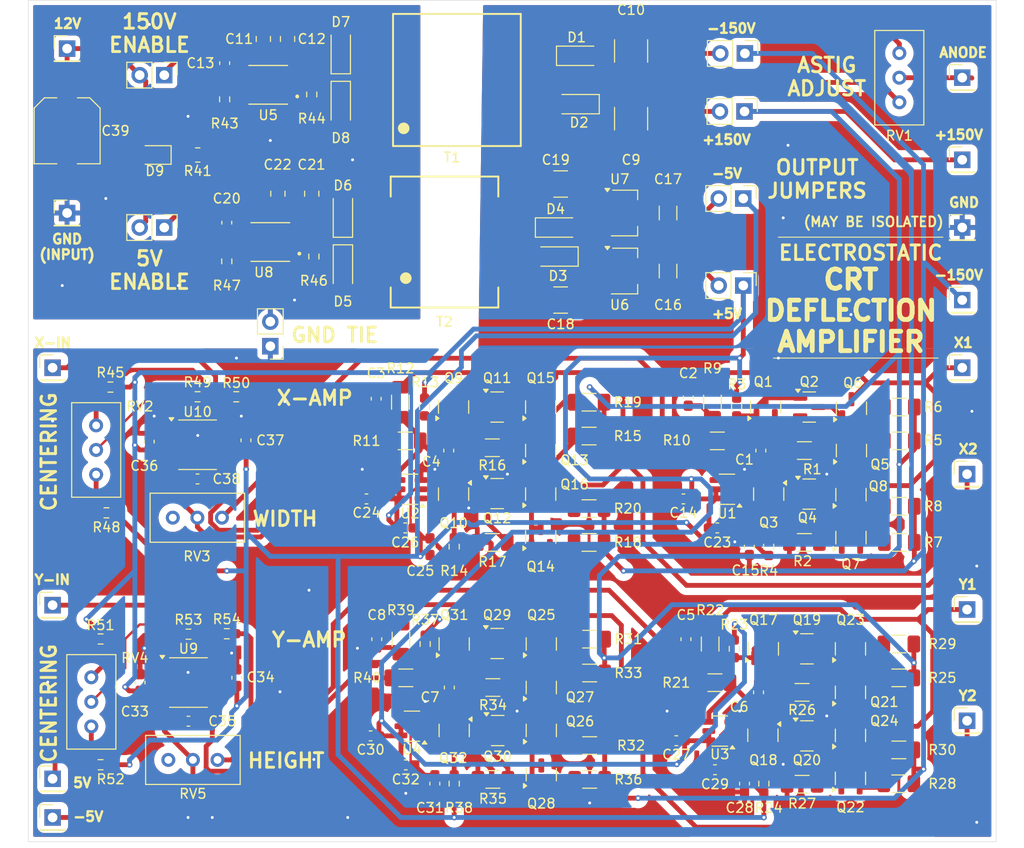
<source format=kicad_pcb>
(kicad_pcb (version 20240108) (generator "pcbnew") (generator_version "8.0")
  (layers (0 "F.Cu" signal) (31 "B.Cu" signal) (34 "B.Paste" user) (35 "F.Paste" user) (36 "B.SilkS" user "B.Silkscreen") (37 "F.SilkS" user "F.Silkscreen") (38 "B.Mask" user) (39 "F.Mask" user) (44 "Edge.Cuts" user))
  (net 0 "")
  (net 1 "Net-(U1--)")
  (net 2 "Net-(Q1-E)")
  (net 3 "Net-(J4-Pin_1)")
  (net 4 "Net-(J5-Pin_1)")
  (net 5 "Net-(U2--)")
  (net 6 "Net-(Q10-E)")
  (net 7 "Net-(U3--)")
  (net 8 "Net-(J6-Pin_1)")
  (net 9 "Net-(Q17-E)")
  (net 10 "Net-(U4--)")
  (net 11 "Net-(Q31-E)")
  (net 12 "Net-(J7-Pin_1)")
  (net 13 "GND")
  (net 14 "Net-(D2-K)")
  (net 15 "Net-(D1-A)")
  (net 16 "/150v_supply")
  (net 17 "VIN_GND")
  (net 18 "Net-(U5-SS{slash}BIAS)")
  (net 19 "+5V")
  (net 20 "-5V")
  (net 21 "Net-(J16-Pin_2)")
  (net 22 "Net-(J17-Pin_2)")
  (net 23 "Net-(D3-K)")
  (net 24 "Net-(D4-A)")
  (net 25 "Net-(U8-SS{slash}BIAS)")
  (net 26 "/5v_supply")
  (net 27 "+12V")
  (net 28 "Net-(D1-K)")
  (net 29 "Net-(D2-A)")
  (net 30 "Net-(D3-A)")
  (net 31 "Net-(D4-K)")
  (net 32 "Net-(D5-K)")
  (net 33 "Net-(D5-A)")
  (net 34 "Net-(D7-K)")
  (net 35 "Net-(D8-A)")
  (net 36 "Net-(D9-K)")
  (net 37 "Net-(J1-Pin_1)")
  (net 38 "Net-(J2-Pin_1)")
  (net 39 "Net-(J3-Pin_1)")
  (net 40 "+150V")
  (net 41 "-150V")
  (net 42 "Net-(Q1-B)")
  (net 43 "Net-(Q2-E)")
  (net 44 "Net-(Q2-C)")
  (net 45 "Net-(Q3-B)")
  (net 46 "Net-(Q4-C)")
  (net 47 "Net-(Q4-E)")
  (net 48 "Net-(Q5-E)")
  (net 49 "Net-(Q6-E)")
  (net 50 "Net-(Q7-E)")
  (net 51 "Net-(Q8-E)")
  (net 52 "Net-(Q11-B)")
  (net 53 "Net-(Q10-B)")
  (net 54 "Net-(Q11-C)")
  (net 55 "Net-(Q11-E)")
  (net 56 "Net-(Q12-E)")
  (net 57 "Net-(Q12-C)")
  (net 58 "Net-(Q13-E)")
  (net 59 "Net-(Q14-E)")
  (net 60 "Net-(Q15-E)")
  (net 61 "Net-(Q16-E)")
  (net 62 "Net-(Q17-B)")
  (net 63 "Net-(Q18-B)")
  (net 64 "Net-(Q19-C)")
  (net 65 "Net-(Q19-E)")
  (net 66 "Net-(Q20-E)")
  (net 67 "Net-(Q20-C)")
  (net 68 "Net-(Q21-E)")
  (net 69 "Net-(Q22-E)")
  (net 70 "Net-(Q23-E)")
  (net 71 "Net-(Q24-E)")
  (net 72 "Net-(Q25-B)")
  (net 73 "Net-(Q25-E)")
  (net 74 "Net-(Q26-B)")
  (net 75 "Net-(Q26-E)")
  (net 76 "Net-(Q27-E)")
  (net 77 "Net-(Q28-E)")
  (net 78 "Net-(Q29-E)")
  (net 79 "Net-(Q29-B)")
  (net 80 "Net-(Q30-B)")
  (net 81 "Net-(Q30-E)")
  (net 82 "X1_amp_input")
  (net 83 "X2_amp_input")
  (net 84 "Y1_amp_input")
  (net 85 "Y2_amp_input")
  (net 86 "Net-(U5-RSET)")
  (net 87 "Net-(U5-FB)")
  (net 88 "Net-(R45-Pad2)")
  (net 89 "Net-(U8-FB)")
  (net 90 "Net-(U8-RSET)")
  (net 91 "Net-(R48-Pad1)")
  (net 92 "Net-(R49-Pad2)")
  (net 93 "Net-(R50-Pad2)")
  (net 94 "Net-(R51-Pad2)")
  (net 95 "Net-(R52-Pad1)")
  (net 96 "Net-(R53-Pad2)")
  (net 97 "Net-(R54-Pad2)")
  (net 98 "Net-(RV2-Pad2)")
  (net 100 "Net-(RV4-Pad2)")
  (footprint "Capacitor_SMD:C_0603_1608Metric_Pad1.08x0.95mm_HandSolder" (layer "F.Cu") (at 157 113.0625 -90)
    (property "Reference" "C8")
    (property "Value" "8p")
  )
  (footprint "Resistor_SMD:R_1206_3216Metric_Pad1.30x1.75mm_HandSolder" (layer "F.Cu") (at 201.1875 93.5625 180)
    (property "Reference" "R1")
    (property "Value" "2k")
  )
  (footprint "Potentiometer_THT:Potentiometer_Bourns_3296W_Vertical" (layer "F.Cu") (at 128 90.96 90)
    (property "Reference" "RV2")
    (property "Value" "5k")
  )
  (footprint "Package_TO_SOT_SMD:SOT-23" (layer "F.Cu") (at 165 122.5 -90)
    (property "Reference" "Q32")
    (property "Value" "FMMT558TA")
  )
  (footprint "750315839:WE-FLYLT_EP13_5465" (layer "F.Cu") (at 165.28 55.245 90)
    (property "Reference" "T1")
    (property "Value" "750315839")
    (property "VALUE" "750315839" (hide yes))
  )
  (footprint "Resistor_SMD:R_0603_1608Metric_Pad0.98x0.95mm_HandSolder" (layer "F.Cu") (at 165 128 -90)
    (property "Reference" "R38")
    (property "Value" "10k")
  )
  (footprint "Resistor_SMD:R_1206_3216Metric_Pad1.30x1.75mm_HandSolder" (layer "F.Cu") (at 200.95 128.0625)
    (property "Reference" "R27")
    (property "Value" "2k")
  )
  (footprint "Resistor_SMD:R_1206_3216Metric_Pad1.30x1.75mm_HandSolder" (layer "F.Cu") (at 159.5 113.0625 90)
    (property "Reference" "R39")
    (property "Value" "200k")
  )
  (footprint "LM5180:SON80P400X400X80-9N" (layer "F.Cu") (at 146 72 180)
    (property "Reference" "U8")
    (property "Value" "LM5180QNGURQ1")
  )
  (footprint "Capacitor_SMD:C_0603_1608Metric_Pad1.08x0.95mm_HandSolder" (layer "F.Cu") (at 137.54 121.546249)
    (property "Reference" "C35")
    (property "Value" "0.1u")
  )
  (footprint "Package_TO_SOT_SMD:SOT-23" (layer "F.Cu") (at 169.4375 89.0625)
    (property "Reference" "Q11")
    (property "Value" "FMMT458TA")
  )
  (footprint "Resistor_SMD:R_0603_1608Metric_Pad0.98x0.95mm_HandSolder" (layer "F.Cu") (at 165 103.5 -90)
    (property "Reference" "R14")
    (property "Value" "10k")
  )
  (footprint "Connector_PinHeader_2.54mm:PinHeader_1x01_P2.54mm_Vertical" (layer "F.Cu") (at 123.5 109.546249)
    (property "Reference" "J2")
    (property "Value" "Y drive")
  )
  (footprint "Capacitor_SMD:C_0603_1608Metric_Pad1.08x0.95mm_HandSolder" (layer "F.Cu") (at 159.9375 101.5625)
    (property "Reference" "C26")
    (property "Value" "0.1u")
  )
  (footprint "Capacitor_SMD:C_0603_1608Metric_Pad1.08x0.95mm_HandSolder" (layer "F.Cu") (at 162.5 103.5 90)
    (property "Reference" "C25")
    (property "Value" "0.1u")
  )
  (footprint "Capacitor_SMD:C_0805_2012Metric_Pad1.18x1.45mm_HandSolder" (layer "F.Cu") (at 146.78 67 90)
    (property "Reference" "C22")
    (property "Value" "10u")
  )
  (footprint "Package_TO_SOT_SMD:SOT-23" (layer "F.Cu") (at 205.95 114.0625 90)
    (property "Reference" "Q23")
    (property "Value" "FMMT558TA")
  )
  (footprint "Resistor_SMD:R_1206_3216Metric_Pad1.30x1.75mm_HandSolder" (layer "F.Cu") (at 191.6875 88.5625 90)
    (property "Reference" "R9")
    (property "Value" "200k")
  )
  (footprint "Capacitor_SMD:C_1210_3225Metric_Pad1.33x2.70mm_HandSolder" (layer "F.Cu") (at 176 66)
    (property "Reference" "C19")
    (property "Value" "47u")
  )
  (footprint "Connector_PinHeader_2.54mm:PinHeader_1x02_P2.54mm_Vertical" (layer "F.Cu") (at 195 58.5 -90)
    (property "Reference" "J19")
    (property "Value" "150V_en")
  )
  (footprint "Package_TO_SOT_SMD:TSOT-23-6" (layer "F.Cu") (at 160.6375 122.0625 180)
    (property "Reference" "U4")
    (property "Value" "LMH6639")
  )
  (footprint "Package_TO_SOT_SMD:SOT-23" (layer "F.Cu") (at 174 122.5 90)
    (property "Reference" "Q26")
    (property "Value" "FMMT458TA")
  )
  (footprint "Potentiometer_THT:Potentiometer_Bourns_3296W_Vertical" (layer "F.Cu") (at 141 100.5)
    (property "Reference" "RV3")
    (property "Value" "47k")
  )
  (footprint "Resistor_SMD:R_1206_3216Metric_Pad1.30x1.75mm_HandSolder" (layer "F.Cu") (at 179 113.0625 180)
    (property "Reference" "R31")
    (property "Value" "1k")
  )
  (footprint "Resistor_SMD:R_0603_1608Metric_Pad0.98x0.95mm_HandSolder" (layer "F.Cu") (at 162 113.5625 -90)
    (property "Reference" "R37")
    (property "Value" "10k")
  )
  (footprint "Resistor_SMD:R_1206_3216Metric_Pad1.30x1.75mm_HandSolder" (layer "F.Cu") (at 211 99.325)
    (property "Reference" "R8")
    (property "Value" "1k")
  )
  (footprint "Package_TO_SOT_SMD:SOT-23" (layer "F.Cu") (at 169.4375 113.5125)
    (property "Reference" "Q29")
    (property "Value" "FMMT458TA")
  )
  (footprint "Capacitor_SMD:C_0805_2012Metric_Pad1.18x1.45mm_HandSolder" (layer "F.Cu") (at 145.28 51 90)
    (property "Reference" "C11")
    (property "Value" "10u")
  )
  (footprint "Resistor_SMD:R_0603_1608Metric_Pad0.98x0.95mm_HandSolder" (layer "F.Cu") (at 129.48 87 180)
    (property "Reference" "R45")
    (property "Value" "10k")
  )
  (footprint "Capacitor_SMD:C_0603_1608Metric_Pad1.08x0.95mm_HandSolder" (layer "F.Cu") (at 164.5 118.0625 90)
    (property "Reference" "C7")
    (property "Value" "39p")
  )
  (footprint "Package_TO_SOT_SMD:SOT-23" (layer "F.Cu") (at 201.6875 89.0625)
    (property "Reference" "Q2")
    (property "Value" "FMMT458TA")
  )
  (footprint "Connector_PinHeader_2.54mm:PinHeader_1x01_P2.54mm_Vertical" (layer "F.Cu") (at 217.5 85)
    (property "Reference" "J4")
    (property "Value" "X1")
  )
  (footprint "Resistor_SMD:R_1206_3216Metric_Pad1.30x1.75mm_HandSolder" (layer "F.Cu") (at 168.9375 103.0625)
    (property "Reference" "R17")
    (property "Value" "2k")
  )
  (footprint "Resistor_SMD:R_1206_3216Metric_Pad1.30x1.75mm_HandSolder" (layer "F.Cu") (at 179 116.5625 180)
    (property "Reference" "R33")
    (property "Value" "5k")
  )
  (footprint "Capacitor_SMD:C_1812_4532Metric_Pad1.57x3.40mm_HandSolder" (layer "F.Cu") (at 183.28 59.245 90)
    (property "Reference" "C9")
    (property "Value" "1u")
  )
  (footprint "Resistor_SMD:R_0603_1608Metric_Pad0.98x0.95mm_HandSolder" (layer "F.Cu") (at 141.5 74 -90)
    (property "Reference" "R47")
    (property "Value" "12.1k")
  )
  (footprint "Resistor_SMD:R_1206_3216Metric_Pad1.30x1.75mm_HandSolder" (layer "F.Cu") (at 178.9375 99.5625)
    (property "Reference" "R20")
    (property "Value" "1k")
  )
  (footprint "Resistor_SMD:R_0603_1608Metric_Pad0.98x0.95mm_HandSolder" (layer "F.Cu") (at 193.95 114.0625 -90)
    (property "Reference" "R23")
    (property "Value" "10k")
  )
  (footprint "Package_SO:SOIC-8_3.9x4.9mm_P1.27mm" (layer "F.Cu") (at 138.48 92.96)
    (property "Reference" "U10")
    (property "Value" "LMH6551MA")
  )
  (footprint "Capacitor_SMD:C_0805_2012Metric_Pad1.18x1.45mm_HandSolder" (layer "F.Cu") (at 147.78 51 90)
    (property "Reference" "C12")
    (property "Value" "10u")
  )
  (footprint "Connector_PinHeader_2.54mm:PinHeader_1x01_P2.54mm_Vertical" (layer "F.Cu") (at 217.5 78)
    (property "Reference" "J14")
    (property "Value" "ISOLATED -150V")
  )
  (footprint "Package_TO_SOT_SMD:SOT-23" (layer "F.Cu") (at 206.05 93.5625 90)
    (property "Reference" "Q5")
    (property "Value" "FMMT558TA")
  )
  (footprint "Potentiometer_THT:Potentiometer_Bourns_3296W_Vertical" (layer "F.Cu") (at 140.54 125.546249)
    (property "Reference" "RV5")
    (property "Value" "47k")
  )
  (footprint "Connector_PinHeader_2.54mm:PinHeader_1x01_P2.54mm_Vertical" (layer "F.Cu") (at 123.5 127.5)
    (property "Reference" "J10")
    (property "Value" "ISOLATED 5V")
  )
  (footprint "Resistor_SMD:R_0805_2012Metric_Pad1.20x1.40mm_HandSolder" (layer "F.Cu") (at 138.5 63 180)
    (property "Reference" "R41")
    (property "Value" "2.2k")
  )
  (footprint "LED_SMD:LED_0805_2012Metric" (layer "F.Cu") (at 134.0625 63 180)
    (property "Reference" "D9")
    (property "Value" "LED")
  )
  (footprint "Package_TO_SOT_SMD:TSOT-23-6" (layer "F.Cu") (at 160.4375 97.5625 180)
    (property "Reference" "U2")
    (property "Value" "LMH6639")
  )
  (footprint "Package_TO_SOT_SMD:SOT-23" (layer "F.Cu") (at 206.05 89.1875 90)
    (property "Reference" "Q6")
    (property "Value" "FMMT558TA")
  )
  (footprint "Capacitor_SMD:C_0603_1608Metric_Pad1.08x0.95mm_HandSolder" (layer "F.Cu") (at 188.95 113.0625 -90)
    (property "Reference" "C5")
    (property "Value" "8p")
  )
  (footprint "Connector_PinHeader_2.54mm:PinHeader_1x01_P2.54mm_Vertical" (layer "F.Cu") (at 217.5 70.5)
    (property "Reference" "J11")
    (property "Value" "ISOLATED_GND")
  )
  (footprint "Connector_PinHeader_2.54mm:PinHeader_1x01_P2.54mm_Vertical" (layer "F.Cu") (at 217.5 63.5)
    (property "Reference" "J13")
    (property "Value" "ISOLATED 150V")
  )
  (footprint "Capacitor_SMD:C_1206_3216Metric_Pad1.33x1.80mm_HandSolder" (layer "F.Cu") (at 187.1 75 -90)
    (property "Reference" "C16")
    (property "Value" "100u")
  )
  (footprint "Capacitor_SMD:C_0603_1608Metric_Pad1.08x0.95mm_HandSolder" (layer "F.Cu") (at 156.3625 123.0625 180)
    (property "Reference" "C30")
    (property "Value" "0.1u")
  )
  (footprint "Capacitor_SMD:C_0603_1608Metric_Pad1.08x0.95mm_HandSolder" (layer "F.Cu") (at 138.48 96.5)
    (property "Reference" "C38")
    (property "Value" "0.1u")
  )
  (footprint "Connector_PinHeader_2.54mm:PinHeader_1x02_P2.54mm_Vertical" (layer "F.Cu") (at 194.875 67.5 -90)
    (property "Reference" "J17")
    (property "Value" "-5V_en")
  )
  (footprint "Diode_SMD:D_SOD-123" (layer "F.Cu") (at 153.28 57.745 -90)
    (property "Reference" "D8")
    (property "Value" "D")
  )
  (footprint "Connector_PinHeader_2.54mm:PinHeader_1x01_P2.54mm_Vertical" (layer "F.Cu") (at 218 110)
    (property "Reference" "J6")
    (property "Value" "Y1")
  )
  (footprint "Package_TO_SOT_SMD:SOT-23" (layer "F.Cu") (at 164.9375 98.0625 -90)
    (property "Reference" "Q10")
    (property "Value" "FMMT558TA")
  )
  (footprint "Package_TO_SOT_SMD:SOT-23" (layer "F.Cu") (at 174 118.0625 90)
    (property "Reference" "Q27")
    (property "Value" "FMMT558TA")
  )
  (footprint "750313974:WE-FLYLT_EP10_6052" (layer "F.Cu") (at 164 72 90)
    (property "Reference" "T2")
    (property "Value" "750313974")
    (property "VALUE" "750313974" (hide yes))
  )
  (footprint "Package_TO_SOT_SMD:SOT-23" (layer "F.Cu") (at 196.9 123 -90)
    (property "Reference" "Q18")
    (property "Value" "FMMT558TA")
  )
  (footprint "Resistor_SMD:R_0603_1608Metric_Pad0.98x0.95mm_HandSolder" (layer "F.Cu") (at 150.28 56.745 90)
    (property "Reference" "R44")
    (property "Value" "300k")
  )
  (footprint "Package_TO_SOT_SMD:SOT-23" (layer "F.Cu") (at 169.4375 98.0125)
    (property "Reference" "Q12")
    (property "Value" "FMMT558TA")
  )
  (footprint "Package_TO_SOT_SMD:SOT-23" (layer "F.Cu") (at 174 113.5625 90)
    (property "Reference" "Q25")
    (property "Value" "FMMT558TA")
  )
  (footprint "Package_TO_SOT_SMD:SOT-23" (layer "F.Cu") (at 201.45 114.0625)
    (property "Reference" "Q19")
    (property "Value" "FMMT458TA")
  )
  (footprint "Package_TO_SOT_SMD:SOT-23" (layer "F.Cu") (at 174 127.0625 90)
    (property "Reference" "Q28")
    (property "Value" "FMMT458TA")
  )
  (footprint "Capacitor_SMD:C_1210_3225Metric_Pad1.33x2.70mm_HandSolder" (layer "F.Cu") (at 176 78 180)
    (property "Reference" "C18")
    (property "Value" "47u")
  )
  (footprint "Package_TO_SOT_SMD:SOT-89-3" (layer "F.Cu") (at 182.6 69)
    (property "Reference" "U7")
    (property "Value" "L79L05_SOT89")
  )
  (footprint "Resistor_SMD:R_1206_3216Metric_Pad1.30x1.75mm_HandSolder" (layer "F.Cu") (at 178.9375 88.5625 180)
    (property "Reference" "R19")
    (property "Value" "1k")
  )
  (footprint "Capacitor_SMD:C_0603_1608Metric_Pad1.08x0.95mm_HandSolder" (layer "F.Cu") (at 141.28 53.5 90)
    (property "Reference" "C13")
    (property "Value" "47n")
  )
  (footprint "Capacitor_SMD:C_0603_1608Metric_Pad1.08x0.95mm_HandSolder" (layer "F.Cu") (at 132.54 117.546249 90)
    (property "Reference" "C33")
    (property "Value" "0.1u")
  )
  (footprint "Resistor_SMD:R_1206_3216Metric_Pad1.30x1.75mm_HandSolder" (layer "F.Cu") (at 178.9375 92.0625 180)
    (property "Reference" "R15")
    (property "Value" "5k")
  )
  (footprint "Resistor_SMD:R_0603_1608Metric_Pad0.98x0.95mm_HandSolder" (layer "F.Cu") (at 141.5 112.5)
    (property "Reference" "R54")
    (property "Value" "100")
  )
  (footprint "Capacitor_SMD:C_0805_2012Metric_Pad1.18x1.45mm_HandSolder" (layer "F.Cu") (at 150.28 67 90)
    (property "Reference" "C21")
    (property "Value" "10u")
  )
  (footprint "Resistor_SMD:R_0603_1608Metric_Pad0.98x0.95mm_HandSolder" (layer "F.Cu") (at 197.5 103.5 -90)
    (property "Reference" "R4")
    (property "Value" "10k")
  )
  (footprint "Resistor_SMD:R_1206_3216Metric_Pad1.30x1.75mm_HandSolder" (layer "F.Cu") (at 168.9375 93.2725 180)
    (property "Reference" "R16")
    (property "Value" "2k")
  )
  (footprint "Package_TO_SOT_SMD:TSOT-23-6" (layer "F.Cu") (at 193.1875 97.5625 180)
    (property "Reference" "U1")
    (property "Value" "LMH6639")
  )
  (footprint "LM5180:SON80P400X400X80-9N" (layer "F.Cu") (at 145.78 55.745 180)
    (property "Reference" "U5")
    (property "Value" "LM5180QNGURQ1")
  )
  (footprint "Connector_PinHeader_2.54mm:PinHeader_1x01_P2.54mm_Vertical" (layer "F.Cu") (at 218 121.5)
    (property "Reference" "J7")
    (property "Value" "Y2")
  )
  (footprint "Resistor_SMD:R_1206_3216Metric_Pad1.30x1.75mm_HandSolder" (layer "F.Cu") (at 211 92.5625 180)
    (property "Reference" "R5")
    (property "Value" "5k")
  )
  (footprint "Diode_SMD:D_SOD-123F" (layer "F.Cu") (at 177.78 52.745)
    (property "Reference" "D1")
    (property "Value" "CMMR1U-08")
  )
  (footprint "Resistor_SMD:R_1206_3216Metric_Pad1.30x1.75mm_HandSolder" (layer "F.Cu") (at 169 127.5625)
    (property "Reference" "R35")
    (property "Value" "2k")
  )
  (footprint "Package_TO_SOT_SMD:SOT-23" (layer "F.Cu") (at 173.9375 89.0625 90)
    (property "Reference" "Q15")
    (property "Value" "FMMT558TA")
  )
  (footprint "Resistor_SMD:R_0603_1608Metric_Pad0.98x0.95mm_HandSolder" (layer "F.Cu") (at 141.28 57.245 -90)
    (property "Reference" "R43")
    (property "Value" "12.1k")
  )
  (footprint "Connector_PinHeader_2.54mm:PinHeader_1x01_P2.54mm_Vertical" (layer "F.Cu") (at 217.5 55)
    (property "Reference" "J1")
    (property "Value" "Anode")
  )
  (footprint "Package_TO_SOT_SMD:SOT-23" (layer "F.Cu") (at 205.95 127.45 90)
    (property "Reference" "Q22")
    (property "Value" "FMMT458TA")
  )
  (footprint "Capacitor_SMD:C_0603_1608Metric_Pad1.08x0.95mm_HandSolder" (layer "F.Cu") (at 164.4375 93.5625 90)
    (property "Reference" "C4")
    (property "Value" "39p")
  )
  (footprint "Capacitor_SMD:C_0603_1608Metric_Pad1.08x0.95mm_HandSolder" (layer "F.Cu") (at 195.5 103.5 90)
    (property "Reference" "C15")
    (property "Value" "0.1u")
  )
  (footprint "Capacitor_SMD:C_0603_1608Metric_Pad1.08x0.95mm_HandSolder" (layer "F.Cu") (at 143.48 92.5 -90)
    (property "Reference" "C37")
    (property "Value" "0.1u")
  )
  (footprint "Package_TO_SOT_SMD:SOT-23" (layer "F.Cu") (at 165 113.5625 90)
    (property "Reference" "Q31")
    (property "Value" "FMMT458TA")
  )
  (footprint "Capacitor_SMD:C_0603_1608Metric_Pad1.08x0.95mm_HandSolder" (layer "F.Cu") (at 189.1875 88.0625 -90)
    (property "Reference" "C2")
    (property "Value" "8p")
  )
  (footprint "Package_TO_SOT_SMD:SOT-23" (layer "F.Cu") (at 173.9375 93.5625 90)
    (property "Reference" "Q13")
    (property "Value" "FMMT558TA")
  )
  (footprint "Resistor_SMD:R_0603_1608Metric_Pad0.98x0.95mm_HandSolder" (layer "F.Cu") (at 194.1875 89.0625 -90)
    (property "Reference" "R3")
    (property "Value" "10k")
  )
  (footprint "Capacitor_SMD:C_0603_1608Metric_Pad1.08x0.95mm_HandSolder" (layer "F.Cu") (at 196.6875 93.5625 90)
    (property "Reference" "C1")
    (property "Value" "39p")
  )
  (footprint "Package_TO_SOT_SMD:TSOT-23-6" (layer "F.Cu") (at 192.45 122.5625 180)
    (property "Reference" "U3")
    (property "Value" "LMH6639")
  )
  (footprint "Package_TO_SOT_SMD:SOT-89-3" (layer "F.Cu") (at 182.6 75)
    (property "Reference" "U6")
    (property "Value" "L78L05_SOT89")
  )
  (footprint "Resistor_SMD:R_1206_3216Metric_Pad1.30x1.75mm_HandSolder" (layer "F.Cu") (at 179 124.0625)
    (property "Reference" "R32")
    (property "Value" "1k")
  )
  (footprint "Capacitor_SMD:C_0603_1608Metric_Pad1.08x0.95mm_HandSolder" (layer "F.Cu") (at 196.45 118.5625 90)
    (property "Reference" "C6")
    (property "Value" "39p")
  )
  (footprint "Resistor_SMD:R_1206_3216Metric_Pad1.30x1.75mm_HandSolder" (layer "F.Cu") (at 200.95 118.5625 180)
    (property "Reference" "R26")
    (property "Value" "2k")
  )
  (footprint "Diode_SMD:D_SOD-123F" (layer "F.Cu") (at 177.78 57.745 180)
    (property "Reference" "D2")
    (property "Value" "CMMR1U-08")
  )
  (footprint "Resistor_SMD:R_1206_3216Metric_Pad1.30x1.75mm_HandSolder" (layer "F.Cu") (at 178.9375 103.0625)
    (property "Reference" "R18")
    (property "Value" "5k")
  )
  (footprint "Resistor_SMD:R_1206_3216Metric_Pad1.30x1.75mm_HandSolder" (layer "F.Cu") (at 169 118.0625 180)
    (property "Reference" "R34")
    (property "Value" "2k")
  )
  (footprint "Resistor_SMD:R_1206_3216Metric_Pad1.30x1.75mm_HandSolder" (layer "F.Cu") (at 201.1875 103.0625)
    (property "Reference" "R2")
    (property "Value" "2k")
  )
  (footprint "Capacitor_SMD:C_0603_1608Metric_Pad1.08x0.95mm_HandSolder" (layer "F.Cu") (at 191.95 126.5625)
    (property "Reference" "C29")
    (property "Value" "0.1u")
  )
  (footprint "Package_TO_SOT_SMD:SOT-23" (layer "F.Cu") (at 196.95 114.0625 90)
    (property "Reference" "Q17")
    (property "Value" "FMMT458TA")
  )
  (footprint "Resistor_SMD:R_0603_1608Metric_Pad0.98x0.95mm_HandSolder" (layer "F.Cu") (at 197 128 -90)
    (property "Reference" "R24")
    (property "Value" "10k")
  )
  (footprint "Resistor_SMD:R_1206_3216Metric_Pad1.30x1.75mm_HandSolder" (layer "F.Cu") (at 159.9375 92.5625)
    (property "Reference" "R11")
    (property "Value" "2k")
  )
  (footprint "Connector_PinHeader_2.54mm:PinHeader_1x02_P2.54mm_Vertical" (layer "F.Cu") (at 194.875 76.5 -90)
    (property "Reference" "J16")
    (property "Value" "5V_en")
  )
  (footprint "Capacitor_SMD:C_0603_1608Metric_Pad1.08x0.95mm_HandSolder" (layer "F.Cu") (at 155.9375 98.5625 180)
    (property "Reference" "C24")
    (property "Value" "0.1u")
  )
  (footprint "Capacitor_SMD:C_Elec_6.3x7.7" (layer "F.Cu") (at 125 60.5 -90)
    (property "Reference" "C39")
    (property "Value" "100u")
  )
  (footprint "Package_TO_SOT_SMD:SOT-23" (layer "F.Cu") (at 206 102.5625 90)
    (property "Reference" "Q7")
    (property "Value" "FMMT458TA")
  )
  (footprint "Diode_SMD:D_SOD-123" (layer "F.Cu") (at 153.5 74.65 -90)
    (property "Reference" "D5")
    (property "Value" "D")
  )
  (footprint "Resistor_SMD:R_1206_3216Metric_Pad1.30x1.75mm_HandSolder" (layer "F.Cu") (at 191.45 113.5625 90)
    (property "Reference" "R22")
    (property "Value" "200k")
  )
  (footprint "Resistor_SMD:R_0603_1608Metric_Pad0.98x0.95mm_HandSolder" (layer "F.Cu") (at 138.48 88 180)
    (property "Reference" "R49")
    (property "Value" "10k")
  )
  (footprint "Package_TO_SOT_SMD:SOT-23" (layer "F.Cu") (at 173.9375 102.5 90)
    (property "Reference" "Q14")
    (property "Value" "FMMT458TA")
  )
  (footprint "Resistor_SMD:R_1206_3216Metric_Pad1.30x1.75mm_HandSolder" (layer "F.Cu") (at 179 127.5625)
    (property "Reference" "R36")
    (property "Value" "5k")
  )
  (footprint "Package_TO_SOT_SMD:SOT-23" (layer "F.Cu") (at 164.9375 89.0625 90)
    (property "Reference" "Q9")
    (property "Value" "FMMT458TA")
  )
  (footprint "Connector_PinHeader_2.54mm:PinHeader_1x01_P2.54mm_Vertical" (layer "F.Cu") (at 218 96)
    (property "Reference" "J5")
    (property "Value" "X2")
  )
  (footprint "Package_TO_SOT_SMD:SOT-23" (layer "F.Cu") (at 205.95 123.0125 90)
    (property "Reference" "Q24")
    (property "Value" "FMMT458TA")
  )
  (footprint "Resistor_SMD:R_1206_3216Metric_Pad1.30x1.75mm_HandSolder" (layer "F.Cu") (at 192.1875 92.5625)
    (property "Reference" "R10")
    (property "Value" "2k")
  )
  (footprint "Capacitor_SMD:C_1812_4532Metric_Pad1.57x3.40mm_HandSolder" (layer "F.Cu") (at 183.28 52.245 90)
    (property "Reference" "C10")
    (property "Value" "1u")
  )
  (footprint "Resistor_SMD:R_1206_3216Metric_Pad1.30x1.75mm_HandSolder" (layer "F.Cu") (at 210.95 113.5625 180)
    (property "Reference" "R29")
    (property "Value" "1k")
  )
  (footprint "Connector_PinHeader_2.54mm:PinHeader_1x01_P2.54mm_Vertical" (layer "F.Cu") (at 125 69)
    (property "Reference" "J9")
    (property "Value" "GND")
  )
  (footprint "Resistor_SMD:R_1206_3216Metric_Pad1.30x1.75mm_HandSolder" (layer "F.Cu") (at 191.95 117.5625)
    (property "Reference" "R21")
    (property "Value" "2k")
  )
  (footprint "Potentiometer_THT:Potentiometer_Bourns_3296W_Vertical" (layer "F.Cu") (at 127.5 117.006249 90)
    (property "Reference" "RV4")
    (property "Value" "5k")
  )
  (footprint "Capacitor_SMD:C_0603_1608Metric_Pad1.08x0.95mm_HandSolder" (layer "F.Cu") (at 142.54 117.046249 -90)
    (property "Reference" "C34")
    (property "Value" "0.1u")
  )
  (footprint "Potentiometer_THT:Potentiometer_Bourns_3296W_Vertical" (layer "F.Cu") (at 211 57.55 -90)
    (property "Reference" "RV1")
    (property "Value" "500k")
  )
  (footprint "Package_TO_SOT_SMD:SOT-23" (layer "F.Cu") (at 206 98.125 90)
    (property "Reference" "Q8")
    (property "Value" "FMMT458TA")
  )
  (footprint "Connector_PinHeader_2.54mm:PinHeader_1x02_P2.54mm_Vertical" (layer "F.Cu") (at 195.04 52.5 -90)
    (property "Reference" "J18")
    (property "Value" "-150V_en")
  )
  (footprint "Resistor_SMD:R_1206_3216Metric_Pad1.30x1.75mm_HandSolder" (layer "F.Cu") (at 211 89.0625 180)
    (property "Reference" "R6")
    (property "Value" "1k")
  )
  (footprint "Capacitor_SMD:C_0603_1608Metric_Pad1.08x0.95mm_HandSolder" (layer "F.Cu") (at 195 128 90)
    (property "Reference" "C28")
    (property "Value" "0.1u")
  )
  (footprint "Package_TO_SOT_SMD:SOT-23" (layer "F.Cu") (at 201.6875 98.0625)
    (property "Reference" "Q4")
    (property "Value" "FMMT558TA")
  )
  (footprint "Diode_SMD:D_SOD-123" (layer "F.Cu") (at 153.28 52.245 90)
    (property "Reference" "D7")
    (property "Value" "45V")
  )
  (footprint "Resistor_SMD:R_0603_1608Metric_Pad0.98x0.95mm_HandSolder" (layer "F.Cu") (at 142.48 88)
    (property "Reference" "R50")
    (property "Value" "100")
  )
  (footprint "Connector_PinHeader_2.54mm:PinHeader_1x01_P2.54mm_Vertical" (layer "F.Cu") (at 123.5 131.5)
    (property "Reference" "J12")
    (property "Value" "ISOLATED -5V")
  )
  (footprint "Resistor_SMD:R_0603_1608Metric_Pad0.98x0.95mm_HandSolder" (layer "F.Cu") (at 137.54 112.546249 180)
    (property "Reference" "R53")
    (property "Value" "10k")
  )
  (footprint "Diode_SMD:D_SOD-123F" (layer "F.Cu") (at 175.6 70.5)
    (property "Reference" "D4")
    (property "Value" "CMMR1U-08")
  )
  (footprint "Capacitor_SMD:C_0603_1608Metric_Pad1.08x0.95mm_HandSolder" (layer "F.Cu") (at 141.5 70 90)
    (property "Reference" "C20")
    (property "Value" "47n")
  )
  (footprint "Resistor_SMD:R_0603_1608Metric_Pad0.98x0.95mm_HandSolder" (layer "F.Cu") (at 128.46 113.046249)
    (property "Reference" "R51")
    (property "Value" "10k")
  )
  (footprint "Connector_PinHeader_2.54mm:PinHeader_1x01_P2.54mm_Vertical" (layer "F.Cu") (at 125 52)
    (property "Reference" "J8")
    (property "Value" "+12V")
  )
  (footprint "Resistor_SMD:R_1206_3216Metric_Pad1.30x1.75mm_HandSolder" (layer "F.Cu") (at 159.4375 88.5625 90)
    (property "Reference" "R12")
    (property "Value" "200k")
  )
  (footprint "Package_SO:SOIC-8_3.9x4.9mm_P1.27mm" (layer "F.Cu") (at 137.54 117.546249)
    (property "Reference" "U9")
    (property "Value" "LMH6551MA")
  )
  (footprint "Capacitor_SMD:C_1206_3216Metric_Pad1.33x1.80mm_HandSolder" (layer "F.Cu") (at 187.1 69 -90)
    (property "Reference" "C17")
    (property "Value" "100u")
  )
  (footprint "Package_TO_SOT_SMD:SOT-23" (layer "F.Cu") (at 169.5 122.5125)
    (property "Reference" "Q30")
    (property "Value" "FMMT558TA")
  )
  (footprint "Resistor_SMD:R_1206_3216Metric_Pad1.30x1.75mm_HandSolder" (layer "F.Cu") (at 160 117.0625)
    (property "Reference" "R40")
    (property "Value" "2k")
  )
  (footprint "Capacitor_SMD:C_0603_1608Metric_Pad1.08x0.95mm_HandSolder" (layer "F.Cu") (at 133.48 92.6375 90)
    (property "Reference" "C36")
    (property "Value" "0.1u")
  )
  (footprint "Connector_PinHeader_2.54mm:PinHeader_1x02_P2.54mm_Vertical" (layer "F.Cu") (at 135.04 54.745 -90)
    (property "Reference" "J21")
    (property "Value" "150V_reg_en")
  )
  (footprint "Diode_SMD:D_SOD-123F" (layer "F.Cu") (at 175.6 73.5 180)
    (property "Reference" "D3")
    (property "Value" "CMMR1U-08")
  )
  (footprint "Resistor_SMD:R_0603_1608Metric_Pad0.98x0.95mm_HandSolder" (layer "F.Cu") (at 128.46 126.046249)
    (property "Reference" "R52")
    (property "Value" "10k")
  )
  (footprint "Resistor_SMD:R_0603_1608Metric_Pad0.98x0.95mm_HandSolder" (layer "F.Cu") (at 150.5 73.5 90)
    (property "Reference" "R46")
    (property "Value" "90k")
  )
  (footprint "Capacitor_SMD:C_0603_1608Metric_Pad1.08x0.95mm_HandSolder" (layer "F.Cu") (at 163 128 90)
    (property "Reference" "C31")
    (property "Value" "0.1u")
  )
  (footprint "Package_TO_SOT_SMD:SOT-23" (layer "F.Cu") (at 173.9375 98.0625 90)
    (property "Reference" "Q16")
    (property "Value" "FMMT458TA")
  )
  (footprint "Capacitor_SMD:C_0603_1608Metric_Pad1.08x0.95mm_HandSolder" (layer "F.Cu") (at 187.95 123.5625 180)
    (property "Reference" "C27")
    (property "Value" "0.1u")
  )
  (footprint "Capacitor_SMD:C_0603_1608Metric_Pad1.08x0.95mm_HandSolder" (layer "F.Cu") (at 192.1875 101.5625)
    (property "Reference" "C23")
    (property "Value" "0.1u")
  )
  (footprint "Package_TO_SOT_SMD:SOT-23" (layer "F.Cu") (at 197.1875 89.0625 90)
    (property "Reference" "Q1")
    (property "Value" "FMMT458TA")
  )
  (footprint "Connector_PinHeader_2.54mm:PinHeader_1x02_P2.54mm_Vertical" (layer "F.Cu") (at 135.04 70.5 -90)
    (property "Reference" "J20")
    (property "Value" "5V_reg_en")
  )
  (footprint "Resistor_SMD:R_1206_3216Metric_Pad1.30x1.75mm_HandSolder" (layer "F.Cu") (at 210.95 124.5125)
    (property "Reference" "R30")
    (property "Value" "1k")
  )
  (footprint "Resistor_SMD:R_1206_3216Metric_Pad1.30x1.75mm_HandSolder" (layer "F.Cu") (at 210.95 128.0125)
    (property "Reference" "R28")
    (property "Value" "5k")
  )
  (footprint "Package_TO_SOT_SMD:SOT-23" (layer "F.Cu") (at 201.45 123.0625)
    (property "Reference" "Q20")
    (property "Value" "FMMT558TA")
  )
  (footprint "Capacitor_SMD:C_0603_1608Metric_Pad1.08x0.95mm_HandSolder" (layer "F.Cu") (at 188.6875 98.5625 180)
    (property "Reference" "C14")
    (property "Value" "0.1u")
  )
  (footprint "Resistor_SMD:R_1206_3216Metric_Pad1.30x1.75mm_HandSolder" (layer "F.Cu") (at 211 103.0625)
    (property "Reference" "R7")
    (property "Value" "5k")
  )
  (footprint "Connector_PinHeader_2.54mm:PinHeader_1x02_P2.54mm_Vertical" (layer "F.Cu") (at 146 82.775 180)
    (property "Reference" "J15")
    (property "Value" "GND CONNECT")
  )
  (footprint "Resistor_SMD:R_1206_3216Metric_Pad1.30x1.75mm_HandSolder" (layer "F.Cu") (at 210.95 117.0625 180)
    (property "Reference" "R25")
    (property "Value" "5k")
  )
  (footprint "Connector_PinHeader_2.54mm:PinHeader_1x01_P2.54mm_Vertical" (layer "F.Cu") (at 123.5 85)
    (property "Reference" "J3")
    (property "Value" "X drive")
  )
  (footprint "Capacitor_SMD:C_0603_1608Metric_Pad1.08x0.95mm_HandSolder" (layer "F.Cu") (at 156.9375 88.2 -90)
    (property "Reference" "C3")
    (property "Value" "8p")
  )
  (footprint "Package_TO_SOT_SMD:SOT-23" (layer "F.Cu") (at 197.5 98.0625 -90)
    (property "Reference" "Q3")
    (property "Value" "FMMT558TA")
  )
  (footprint "Resistor_SMD:R_0603_1608Metric_Pad0.98x0.95mm_HandSolder" (layer "F.Cu") (at 161.9375 89.0625 -90)
    (property "Reference" "R13")
    (property "Value" "10k")
  )
  (footprint "Package_TO_SOT_SMD:SOT-23" (layer "F.Cu") (at 205.95 118.5625 90)
    (property "Reference" "Q21")
    (property "Value" "FMMT558TA")
  )
  (footprint "Diode_SMD:D_SOD-123" (layer "F.Cu") (at 153.5 69.15 90)
    (property "Reference" "D6")
    (property "Value" "14V")
  )
  (footprint "Capacitor_SMD:C_0603_1608Metric_Pad1.08x0.95mm_HandSolder" (layer "F.Cu") (at 160 126.0625)
    (property "Reference" "C32")
    (property "Value" "0.1u")
  )
  (footprint "Resistor_SMD:R_0603_1608Metric_Pad0.98x0.95mm_HandSolder" (layer "F.Cu") (at 129.0675 100)
    (property "Reference" "R48")
    (property "Value" "10k")
  )
  (gr_line (start 215.5 71.5) (end 198.5 71.5) (stroke (width 0.1)) (layer "F.SilkS"))
  (gr_line (start 215 84) (end 198 84) (stroke (width 0.1)) (layer "F.SilkS"))
  (gr_rect (start 121 47) (end 221 134) (stroke (width 0.05)) (fill none) (layer "Edge.Cuts"))
  (gr_text "GND" (at 216 68.5 0) (layer "F.SilkS") (effects (font (size 1 1) (thickness 0.25) (bold yes)) (justify left bottom)))
  (gr_text "5V\nENABLE" (at 133.5 77 0) (layer "F.SilkS") (effects (font (size 1.5 1.5) (thickness 0.3) (bold yes)) (justify bottom)))
  (gr_text "GND\n(INPUT)" (at 125 72.5 0) (layer "F.SilkS") (effects (font (size 1 1) (thickness 0.25) (bold yes))))
  (gr_text "-5V\n" (at 125.5 132 0) (layer "F.SilkS") (effects (font (size 1 1) (thickness 0.25) (bold yes)) (justify left bottom)))
  (gr_text "ASTIG\nADJUST" (at 203.5 57 0) (layer "F.SilkS") (effects (font (size 1.5 1.5) (thickness 0.3) (bold yes)) (justify bottom)))
  (gr_text "X-IN\n" (at 121.5 83 0) (layer "F.SilkS") (effects (font (size 1 1) (thickness 0.25) (bold yes)) (justify left bottom)))
  (gr_text "+150V\n" (at 214.5 61.5 0) (layer "F.SilkS") (effects (font (size 1 1) (thickness 0.25) (bold yes)) (justify left bottom)))
  (gr_text "+5V\n" (at 191.5 80 0) (layer "F.SilkS") (effects (font (size 1 1) (thickness 0.25) (bold yes)) (justify left bottom)))
  (gr_text "ANODE\n" (at 215 53 0) (layer "F.SilkS") (effects (font (size 1 1) (thickness 0.25) (bold yes)) (justify left bottom)))
  (gr_text "+150V\n" (at 190.5 62 0) (layer "F.SilkS") (effects (font (size 1 1) (thickness 0.25) (bold yes)) (justify left bottom)))
  (gr_text "CENTERING\n" (at 124 126 90) (layer "F.SilkS") (effects (font (size 1.5 1.5) (thickness 0.3) (bold yes)) (justify left bottom)))
  (gr_text "-150V\n" (at 191 50.5 0) (layer "F.SilkS") (effects (font (size 1 1) (thickness 0.25) (bold yes)) (justify left bottom)))
  (gr_text "5V\n" (at 125.5 128.5 0) (layer "F.SilkS") (effects (font (size 1 1) (thickness 0.25) (bold yes)) (justify left bottom)))
  (gr_text "Y-AMP\n" (at 146 114 0) (layer "F.SilkS") (effects (font (size 1.5 1.5) (thickness 0.3) (bold yes)) (justify left bottom)))
  (gr_text "150V\nENABLE" (at 133.5 52.5 0) (layer "F.SilkS") (effects (font (size 1.5 1.5) (thickness 0.3) (bold yes)) (justify bottom)))
  (gr_text "X2\n" (at 217 94 0) (layer "F.SilkS") (effects (font (size 1 1) (thickness 0.25) (bold yes)) (justify left bottom)))
  (gr_text "Y1\n" (at 217 108 0) (layer "F.SilkS") (effects (font (size 1 1) (thickness 0.25) (bold yes)) (justify left bottom)))
  (gr_text "X1\n" (at 216.5 83 0) (layer "F.SilkS") (effects (font (size 1 1) (thickness 0.25) (bold yes)) (justify left bottom)))
  (gr_text "12V\n" (at 123.5 50 0) (layer "F.SilkS") (effects (font (size 1 1) (thickness 0.25) (bold yes)) (justify left bottom)))
  (gr_text "-5V\n" (at 191.5 65.5 0) (layer "F.SilkS") (effects (font (size 1 1) (thickness 0.25) (bold yes)) (justify left bottom)))
  (gr_text "-150V\n" (at 214.5 76 0) (layer "F.SilkS") (effects (font (size 1 1) (thickness 0.25) (bold yes)) (justify left bottom)))
  (gr_text "WIDTH" (at 144 101.5 0) (layer "F.SilkS") (effects (font (size 1.5 1.5) (thickness 0.3) (bold yes)) (justify left bottom)))
  (gr_text "CENTERING\n" (at 124 100 90) (layer "F.SilkS") (effects (font (size 1.5 1.5) (thickness 0.3) (bold yes)) (justify left bottom)))
  (gr_text "X-AMP" (at 146.5 89 0) (layer "F.SilkS") (effects (font (size 1.5 1.5) (thickness 0.3) (bold yes)) (justify left bottom)))
  (gr_text "Y2\n" (at 217 119.5 0) (layer "F.SilkS") (effects (font (size 1 1) (thickness 0.25) (bold yes)) (justify left bottom)))
  (gr_text "OUTPUT\nJUMPERS" (at 202.5 65.5 0) (layer "F.SilkS") (effects (font (size 1.5 1.5) (thickness 0.3) (bold yes))))
  (gr_text "(MAY BE ISOLATED)" (at 201 70.5 0) (layer "F.SilkS") (effects (font (size 1 1) (thickness 0.2) (bold yes)) (justify left bottom)))
  (gr_text "Y-IN\n" (at 121.5 107.5 0) (layer "F.SilkS") (effects (font (size 1 1) (thickness 0.25) (bold yes)) (justify left bottom)))
  (gr_text "GND TIE\n" (at 148 82.5 0) (layer "F.SilkS") (effects (font (size 1.5 1.5) (thickness 0.3) (bold yes)) (justify left bottom)))
  (gr_text "HEIGHT\n" (at 143.5 126.5 0) (layer "F.SilkS") (effects (font (size 1.5 1.5) (thickness 0.3) (bold yes)) (justify left bottom)))
  (gr_text "ELECTROSTATIC\n" (at 207 74 0) (layer "F.SilkS") (effects (font (size 1.5 1.5) (thickness 0.3) (bold yes)) (justify bottom)))
  (gr_text "CRT\nDEFLECTION\nAMPLIFIER" (at 206 83.5 0) (layer "F.SilkS") (effects (font (size 2 2) (thickness 0.5) (bold yes)) (justify bottom)))
  (segment (start 192.05 96.6125) (end 193.6875 94.975) (width 0.5) (layer "F.Cu") (net 1))
  (segment (start 189.1875 88.925) (end 190.5 88.925) (width 0.5) (layer "F.Cu") (net 1))
  (segment (start 196.6875 94.425) (end 195.6 94.425) (width 0.5) (layer "F.Cu") (net 1))
  (segment (start 193.6875 92.6125) (end 193.7375 92.5625) (width 0.5) (layer "F.Cu") (net 1))
  (segment (start 195.6 94.425) (end 193.7375 92.5625) (width 0.5) (layer "F.Cu") (net 1))
  (segment (start 190.5 88.925) (end 191.6875 90.1125) (width 0.5) (layer "F.Cu") (net 1))
  (segment (start 191.6875 90.5125) (end 193.7375 92.5625) (width 0.5) (layer "F.Cu") (net 1))
  (segment (start 191.6875 90.1125) (end 191.6875 90.5125) (width 0.5) (layer "F.Cu") (net 1))
  (segment (start 193.6875 94.975) (end 193.6875 92.6125) (width 0.5) (layer "F.Cu") (net 1))
  (segment (start 198.1875 95.675) (end 198 95.675) (width 0.5) (layer "F.Cu") (net 2))
  (segment (start 198.1375 91.25) (end 198.1875 91.3) (width 0.5) (layer "F.Cu") (net 2))
  (segment (start 196.55 97.125) (end 196.55 97.95) (width 0.5) (layer "F.Cu") (net 2))
  (segment (start 196.55 97.95) (end 195.9875 98.5125) (width 0.5) (layer "F.Cu") (net 2))
  (segment (start 195.9875 98.5125) (end 194.325 98.5125) (width 0.5) (layer "F.Cu") (net 2))
  (segment (start 198.1875 91.3) (end 198.1875 95.675) (width 0.5) (layer "F.Cu") (net 2))
  (segment (start 198 95.675) (end 196.55 97.125) (width 0.5) (layer "F.Cu") (net 2))
  (segment (start 198.1375 90) (end 198.1375 91.25) (width 0.5) (layer "F.Cu") (net 2))
  (segment (start 198.1375 91.25) (end 196.6875 92.7) (width 0.5) (layer "F.Cu") (net 2))
  (segment (start 215.25 85) (end 217.5 85) (width 0.5) (layer "F.Cu") (net 3))
  (segment (start 214.6875 94.5625) (end 212.0625 97.1875) (width 0.5) (layer "F.Cu") (net 3))
  (segment (start 193.2 85.5) (end 206.675 85.5) (width 0.5) (layer "F.Cu") (net 3))
  (segment (start 214.6875 87.5625) (end 214.6875 94.5625) (width 0.5) (layer "F.Cu") (net 3))
  (segment (start 191.6875 87.0125) (end 193.2 85.5) (width 0.5) (layer "F.Cu") (net 3))
  (segment (start 212.0625 97.1875) (end 206 97.1875) (width 0.5) (layer "F.Cu") (net 3))
  (segment (start 207.7375 86.5625) (end 213.6875 86.5625) (width 0.5) (layer "F.Cu") (net 3))
  (segment (start 213.6875 86.5625) (end 214.6875 87.5625) (width 0.5) (layer "F.Cu") (net 3))
  (segment (start 206.675 85.5) (end 207.7375 86.5625) (width 0.5) (layer "F.Cu") (net 3))
  (segment (start 191.5 87.2) (end 191.6875 87.0125) (width 0.5) (layer "F.Cu") (net 3))
  (segment (start 206.05 88.25) (end 207.7375 86.5625) (width 0.5) (layer "F.Cu") (net 3))
  (segment (start 213.6875 86.5625) (end 215.25 85) (width 0.5) (layer "F.Cu") (net 3))
  (segment (start 189.1875 87.2) (end 191.5 87.2) (width 0.5) (layer "F.Cu") (net 3))
  (segment (start 183.05 95.0625) (end 184.5 96.5125) (width 0.5) (layer "F.Cu") (net 4))
  (segment (start 182.4375 95.0625) (end 183.05 95.0625) (width 0.5) (layer "F.Cu") (net 4))
  (segment (start 175.5 85.5) (end 180.875 85.5) (width 0.5) (layer "F.Cu") (net 4))
  (segment (start 214 107.5) (end 218 103.5) (width 0.5) (layer "F.Cu") (net 4))
  (segment (start 184.5 103) (end 189 107.5) (width 0.5) (layer "F.Cu") (net 4))
  (segment (start 189 107.5) (end 214 107.5) (width 0.5) (layer "F.Cu") (net 4))
  (segment (start 160.95 85.5) (end 159.4375 87.0125) (width 0.5) (layer "F.Cu") (net 4))
  (segment (start 182.4375 87.0625) (end 182.4375 95.0625) (width 0.5) (layer "F.Cu") (net 4))
  (segment (start 159.1125 87.3375) (end 159.4375 87.0125) (width 0.5) (layer "F.Cu") (net 4))
  (segment (start 173.9375 87.5625) (end 175.5 86) (width 0.5) (layer "F.Cu") (net 4))
  (segment (start 184.5 96.5125) (end 184.5 103) (width 0.5) (layer "F.Cu") (net 4))
  (segment (start 182.4375 95.0625) (end 180.375 97.125) (width 0.5) (layer "F.Cu") (net 4))
  (segment (start 180.375 97.125) (end 173.9375 97.125) (width 0.5) (layer "F.Cu") (net 4))
  (segment (start 156.9375 87.3375) (end 159.1125 87.3375) (width 0.5) (layer "F.Cu") (net 4))
  (segment (start 175.5 85.5) (end 160.95 85.5) (width 0.5) (layer "F.Cu") (net 4))
  (segment (start 173.9375 88.125) (end 173.9375 87.5625) (width 0.5) (layer "F.Cu") (net 4))
  (segment (start 180.875 85.5) (end 182.4375 87.0625) (width 0.5) (layer "F.Cu") (net 4))
  (segment (start 218 103.5) (end 218 96) (width 0.5) (layer "F.Cu") (net 4))
  (segment (start 175.5 86) (end 175.5 85.5) (width 0.5) (layer "F.Cu") (net 4))
  (segment (start 161.4875 92.5625) (end 161.4875 92.6125) (width 0.5) (layer "F.Cu") (net 5))
  (segment (start 158.3875 89.0625) (end 161.4875 92.1625) (width 0.5) (layer "F.Cu") (net 5))
  (segment (start 163.3 94.425) (end 164.4375 94.425) (width 0.5) (layer "F.Cu") (net 5))
  (segment (start 156.9375 89.0625) (end 158.3875 89.0625) (width 0.5) (layer "F.Cu") (net 5))
  (segment (start 158.3875 89.0625) (end 159.4375 90.1125) (width 0.5) (layer "F.Cu") (net 5))
  (segment (start 161.4875 93.5125) (end 161.4875 92.5625) (width 0.5) (layer "F.Cu") (net 5))
  (segment (start 161.4875 92.1625) (end 161.4875 92.5625) (width 0.5) (layer "F.Cu") (net 5))
  (segment (start 159.3 96.6125) (end 159.3 95.7) (width 0.5) (layer "F.Cu") (net 5))
  (segment (start 159.3 95.7) (end 161.4875 93.5125) (width 0.5) (layer "F.Cu") (net 5))
  (segment (start 161.4875 92.6125) (end 163.3 94.425) (width 0.5) (layer "F.Cu") (net 5))
  (segment (start 165.9375 95.175) (end 163.9875 97.125) (width 0.5) (layer "F.Cu") (net 6))
  (segment (start 165.9375 91.3) (end 165.8875 91.25) (width 0.5) (layer "F.Cu") (net 6))
  (segment (start 165.9375 95.175) (end 165.9375 91.3) (width 0.5) (layer "F.Cu") (net 6))
  (segment (start 165.8875 90) (end 165.8875 91.25) (width 0.5) (layer "F.Cu") (net 6))
  (segment (start 165.8875 91.25) (end 164.4375 92.7) (width 0.5) (layer "F.Cu") (net 6))
  (segment (start 161.575 98.5125) (end 162.6 98.5125) (width 0.5) (layer "F.Cu") (net 6))
  (segment (start 162.6 98.5125) (end 163.9875 97.125) (width 0.5) (layer "F.Cu") (net 6))
  (segment (start 191.45 115.5125) (end 193.5 117.5625) (width 0.5) (layer "F.Cu") (net 7))
  (segment (start 191.3125 120.65) (end 193.5 118.4625) (width 0.5) (layer "F.Cu") (net 7))
  (segment (start 190.2625 113.925) (end 191.45 115.1125) (width 0.5) (layer "F.Cu") (net 7))
  (segment (start 191.45 115.1125) (end 191.45 115.5125) (width 0.5) (layer "F.Cu") (net 7))
  (segment (start 196.45 119.425) (end 195.3625 119.425) (width 0.5) (layer "F.Cu") (net 7))
  (segment (start 191.3125 121.6125) (end 191.3125 120.65) (width 0.5) (layer "F.Cu") (net 7))
  (segment (start 188.95 113.925) (end 190.2625 113.925) (width 0.5) (layer "F.Cu") (net 7))
  (segment (start 195.3625 119.425) (end 193.5 117.5625) (width 0.5) (layer "F.Cu") (net 7))
  (segment (start 193.5 118.4625) (end 193.5 117.5625) (width 0.5) (layer "F.Cu") (net 7))
  (segment (start 218 110) (end 213.9625 110) (width 0.5) (layer "F.Cu") (net 8))
  (segment (start 205.95 111.0125) (end 204.9375 110) (width 0.5) (layer "F.Cu") (net 8))
  (segment (start 204.9375 110) (end 193.4625 110) (width 0.5) (layer "F.Cu") (net 8))
  (segment (start 205.95 113.125) (end 205.95 111.0125) (width 0.5) (layer "F.Cu") (net 8))
  (segment (start 214.45 120.5125) (end 214.45 112.5125) (width 0.5) (layer "F.Cu") (net 8))
  (segment (start 188.95 112.2) (end 191.2625 112.2) (width 0.5) (layer "F.Cu") (net 8))
  (segment (start 214.45 112.5125) (end 212.95 111.0125) (width 0.5) (layer "F.Cu") (net 8))
  (segment (start 212.95 111.0125) (end 205.95 111.0125) (width 0.5) (layer "F.Cu") (net 8))
  (segment (start 205.95 122.075) (end 212.8875 122.075) (width 0.5) (layer "F.Cu") (net 8))
  (segment (start 191.2625 112.2) (end 191.45 112.0125) (width 0.5) (layer "F.Cu") (net 8))
  (segment (start 212.8875 122.075) (end 214.45 120.5125) (width 0.5) (layer "F.Cu") (net 8))
  (segment (start 193.4625 110) (end 191.45 112.0125) (width 0.5) (layer "F.Cu") (net 8))
  (segment (start 213.9625 110) (end 212.95 111.0125) (width 0.5) (layer "F.Cu") (net 8))
  (segment (start 197.9 116.0125) (end 197.9 116.25) (width 0.5) (layer "F.Cu") (net 9))
  (segment (start 197.9 115) (end 197.9 116.0125) (width 0.5) (layer "F.Cu") (net 9))
  (segment (start 194.5 123.5125) (end 193.5875 123.5125) (width 0.5) (layer "F.Cu") (net 9))
  (segment (start 195.95 122.0625) (end 194.5 123.5125) (width 0.5) (layer "F.Cu") (net 9))
  (segment (start 197.9 116.0125) (end 197.9 120.1125) (width 0.5) (layer "F.Cu") (net 9))
  (segment (start 197.9 116.25) (end 196.45 117.7) (width 0.5) (layer "F.Cu") (net 9))
  (segment (start 197.9 120.1125) (end 195.95 122.0625) (width 0.5) (layer "F.Cu") (net 9))
  (segment (start 157 113.925) (end 158.8125 113.925) (width 0.5) (layer "F.Cu") (net 10))
  (segment (start 161.55 117.0625) (end 162.6375 117.0625) (width 0.5) (layer "F.Cu") (net 10))
  (segment (start 161.55 117.0625) (end 161.55 116.6625) (width 0.5) (layer "F.Cu") (net 10))
  (segment (start 158.8125 113.925) (end 159.5 114.6125) (width 0.5) (layer "F.Cu") (net 10))
  (segment (start 159.5 119.1125) (end 161.55 117.0625) (width 0.5) (layer "F.Cu") (net 10))
  (segment (start 161.55 116.6625) (end 159.5 114.6125) (width 0.5) (layer "F.Cu") (net 10))
  (segment (start 162.6375 117.0625) (end 164.5 118.925) (width 0.5) (layer "F.Cu") (net 10))
  (segment (start 159.5 121.1125) (end 159.5 119.1125) (width 0.5) (layer "F.Cu") (net 10))
  (segment (start 162.6 123.0125) (end 164.05 121.5625) (width 0.5) (layer "F.Cu") (net 11))
  (segment (start 165.95 119.6625) (end 164.05 121.5625) (width 0.5) (layer "F.Cu") (net 11))
  (segment (start 161.775 123.0125) (end 162.6 123.0125) (width 0.5) (layer "F.Cu") (net 11))
  (segment (start 165.95 115.75) (end 164.5 117.2) (width 0.5) (layer "F.Cu") (net 11))
  (segment (start 165.95 114.5) (end 165.95 115.75) (width 0.5) (layer "F.Cu") (net 11))
  (segment (start 165.95 115.75) (end 165.95 119.6625) (width 0.5) (layer "F.Cu") (net 11))
  (segment (start 190 132.5) (end 214 132.5) (width 0.5) (layer "F.Cu") (net 12))
  (segment (start 180.775 121.625) (end 182.275 120.125) (width 0.5) (layer "F.Cu") (net 12))
  (segment (start 184.5 122) (end 184.5 127) (width 0.5) (layer "F.Cu") (net 12))
  (segment (start 180.7125 121.5625) (end 180.775 121.625) (width 0.5) (layer "F.Cu") (net 12))
  (segment (start 182.275 111.625) (end 181.275 110.625) (width 0.5) (layer "F.Cu") (net 12))
  (segment (start 174.275 110.625) (end 173.15 109.5) (width 0.5) (layer "F.Cu") (net 12))
  (segment (start 174 121.5625) (end 180.7125 121.5625) (width 0.5) (layer "F.Cu") (net 12))
  (segment (start 161.5125 109.5) (end 159.5 111.5125) (width 0.5) (layer "F.Cu") (net 12))
  (segment (start 174 112.625) (end 174 110.9) (width 0.5) (layer "F.Cu") (net 12))
  (segment (start 174 110.9) (end 174.275 110.625) (width 0.5) (layer "F.Cu") (net 12))
  (segment (start 182.625 120.125) (end 184.5 122) (width 0.5) (layer "F.Cu") (net 12))
  (segment (start 184.5 127) (end 190 132.5) (width 0.5) (layer "F.Cu") (net 12))
  (segment (start 182.275 120.125) (end 182.625 120.125) (width 0.5) (layer "F.Cu") (net 12))
  (segment (start 158.8125 112.2) (end 159.5 111.5125) (width 0.5) (layer "F.Cu") (net 12))
  (segment (start 173.15 109.5) (end 161.5125 109.5) (width 0.5) (layer "F.Cu") (net 12))
  (segment (start 218 128.5) (end 218 121.5) (width 0.5) (layer "F.Cu") (net 12))
  (segment (start 182.275 120.125) (end 182.275 111.625) (width 0.5) (layer "F.Cu") (net 12))
  (segment (start 157 112.2) (end 158.8125 112.2) (width 0.5) (layer "F.Cu") (net 12))
  (segment (start 181.275 110.625) (end 174.275 110.625) (width 0.5) (layer "F.Cu") (net 12))
  (segment (start 214 132.5) (end 218 128.5) (width 0.5) (layer "F.Cu") (net 12))
  (segment (start 134.275 91.775) (end 134.825 92.325) (width 0.25) (layer "F.Cu") (net 13))
  (segment (start 134.825 92.325) (end 136.005 92.325) (width 0.25) (layer "F.Cu") (net 13))
  (segment (start 170.4375 82) (end 174.4375 78) (width 0.5) (layer "F.Cu") (net 13))
  (segment (start 132.54 116.683749) (end 134.8375 116.683749) (width 0.25) (layer "F.Cu") (net 13))
  (segment (start 194.325 96.6125) (end 195 95.9375) (width 0.5) (layer "F.Cu") (net 13))
  (segment (start 134.8375 116.683749) (end 135.065 116.911249) (width 0.25) (layer "F.Cu") (net 13))
  (segment (start 133.48 91.775) (end 134.275 91.775) (width 0.25) (layer "F.Cu") (net 13))
  (segment (start 195 95.9375) (end 195 95.5) (width 0.5) (layer "F.Cu") (net 13))
  (via (at 143 90) (size 0.6) (drill 0.3) (layers "F.Cu" "B.Cu") (net 13))
  (via (at 123 117.5) (size 0.6) (drill 0.3) (layers "F.Cu" "B.Cu") (net 13))
  (via (at 203.5 96) (size 0.6) (drill 0.3) (layers "F.Cu" "B.Cu") (net 13))
  (via (at 133 114) (size 0.6) (drill 0.3) (layers "F.Cu" "B.Cu") (net 13))
  (via (at 155 114) (size 0.6) (drill 0.3) (layers "F.Cu" "B.Cu") (net 13))
  (via (at 194.5 120.5) (size 0.6) (drill 0.3) (layers "F.Cu" "B.Cu") (net 13))
  (via (at 150 108) (size 0.6) (drill 0.3) (layers "F.Cu" "B.Cu") (net 13))
  (via (at 137.5 116.5) (size 0.6) (drill 0.3) (layers "F.Cu" "B.Cu") (net 13))
  (via (at 138.5 92) (size 0.6) (drill 0.3) (layers "F.Cu" "B.Cu") (net 13))
  (via (at 155.5 95.5) (size 0.6) (drill 0.3) (layers "F.Cu" "B.Cu") (net 13))
  (via (at 170.5 96) (size 0.6) (drill 0.3) (layers "F.Cu" "B.Cu") (net 13))
  (via (at 150.5 101) (size 0.6) (drill 0.3) (layers "F.Cu" "B.Cu") (net 13))
  (via (at 142 114.5) (size 0.6) (drill 0.3) (layers "F.Cu" "B.Cu") (net 13))
  (via (at 163 95.5) (size 0.6) (drill 0.3) (layers "F.Cu" "B.Cu") (net 13))
  (via (at 142.5 84) (size 0.6) (drill 0.3) (layers "F.Cu" "B.Cu") (net 13))
  (via (at 171.5 120.5) (size 0.6) (drill 0.3) (layers "F.Cu" "B.Cu") (net 13))
  (via (at 199 126) (size 0.6) (drill 0.3) (layers "F.Cu" "B.Cu") (net 13))
  (via (at 199 69.5) (size 0.6) (drill 0.3) (layers "F.Cu" "B.Cu") (net 13))
  (via (at 219 105.5) (size 0.6) (drill 0.3) (layers "F.Cu" "B.Cu") (net 13))
  (via (at 179 130) (size 0.6) (drill 0.3) (layers "F.Cu" "B.Cu") (net 13))
  (via (at 160 129) (size 0.6) (drill 0.3) (layers "F.Cu" "B.Cu") (net 13))
  (via (at 195 95.5) (size 0.6) (drill 0.3) (layers "F.Cu" "B.Cu") (net 13))
  (via (at 203.5 121) (size 0.6) (drill 0.3) (layers "F.Cu" "B.Cu") (net 13))
  (via (at 199.5 62) (size 0.6) (drill 0.3) (layers "F.Cu" "B.Cu") (net 13))
  (via (at 187 120.5) (size 0.6) (drill 0.3) (layers "F.Cu" "B.Cu") (net 13))
  (via (at 134 90) (size 0.6) (drill 0.3) (layers "F.Cu" "B.Cu") (net 13))
  (via (at 162 119.5) (size 0.6) (drill 0.3) (layers "F.Cu" "B.Cu") (net 13))
  (via (at 137.5 131.5) (size 0.6) (drill 0.3) (layers "F.Cu" "B.Cu") (net 13))
  (via (at 198.5 84) (size 0.6) (drill 0.3) (layers "F.Cu" "B.Cu") (net 13))
  (via (at 194 103) (size 0.6) (drill 0.3) (layers "F.Cu" "B.Cu") (net 13))
  (via (at 147.5 88.5) (size 0.6) (drill 0.3) (layers "F.Cu" "B.Cu") (net 13))
  (via (at 123.5 90.5) (size 0.6) (drill 0.3) (layers "F.Cu" "B.Cu") (net 13))
  (via (at 206 79.5) (size 0.6) (drill 0.3) (layers "F.Cu" "B.Cu") (net 13))
  (via (at 219 132) (size 0.6) (drill 0.3) (layers "F.Cu" "B.Cu") (net 13))
  (via (at 166.5 99.5) (size 0.6) (drill 0.3) (layers "F.Cu" "B.Cu") (net 13))
  (via (at 140 131.5) (size 0.6) (drill 0.3) (layers "F.Cu" "B.Cu") (net 13))
  (via (at 154 131.5) (size 0.6) (drill 0.3) (layers "F.Cu" "B.Cu") (net 13))
  (via (at 147 118.5) (size 0.6) (drill 0.3) (layers "F.Cu" "B.Cu") (net 13))
  (via (at 150.5 125.5) (size 0.6) (drill 0.3) (layers "F.Cu" "B.Cu") (net 13))
  (via (at 218.5 89.5) (size 0.6) (drill 0.3) (layers "F.Cu" "B.Cu") (net 13))
  (segment (start 208.95 55.5) (end 192.73 55.5) (width 0.5) (layer "F.Cu") (net 14))
  (segment (start 186.8475 61.3825) (end 183.28 61.3825) (width 0.5) (layer "F.Cu") (net 14))
  (segment (start 180.8825 61.3825) (end 183.28 61.3825) (width 0.5) (layer "F.Cu") (net 14))
  (segment (start 192.46 58.5) (end 189.73 58.5) (width 0.5) (layer "F.Cu") (net 14))
  (segment (start 211 57.55) (end 208.95 55.5) (width 0.5) (layer "F.Cu") (net 14))
  (segment (start 189.73 58.5) (end 186.8475 61.3825) (width 0.5) (layer "F.Cu") (net 14))
  (segment (start 179.18 59.68) (end 180.8825 61.3825) (width 0.5) (layer "F.Cu") (net 14))
  (segment (start 192.73 55.5) (end 189.73 58.5) (width 0.5) (layer "F.Cu") (net 14))
  (segment (start 179.18 57.745) (end 179.18 59.68) (width 0.5) (layer "F.Cu") (net 14))
  (segment (start 180.3925 50.1075) (end 183.28 50.1075) (width 0.5) (layer "F.Cu") (net 15))
  (segment (start 209.6075 50.1075) (end 186.6325 50.1075) (width 0.5) (layer "F.Cu") (net 15))
  (segment (start 179.18 52.745) (end 179.18 51.32) (width 0.5) (layer "F.Cu") (net 15))
  (segment (start 179.18 51.32) (end 180.3925 50.1075) (width 0.5) (layer "F.Cu") (net 15))
  (segment (start 189.025 52.5) (end 192.5 52.5) (width 0.5) (layer "F.Cu") (net 15))
  (segment (start 211 52.47) (end 211 51.5) (width 0.5) (layer "F.Cu") (net 15))
  (segment (start 183.28 50.1075) (end 186.6325 50.1075) (width 0.5) (layer "F.Cu") (net 15))
  (segment (start 211 51.5) (end 209.6075 50.1075) (width 0.5) (layer "F.Cu") (net 15))
  (segment (start 186.6325 50.1075) (end 189.025 52.5) (width 0.5) (layer "F.Cu") (net 15))
  (segment (start 135.04 54.745) (end 135.04 54.46) (width 0.5) (layer "F.Cu") (net 16))
  (segment (start 153.28 50.595) (end 151.185 50.595) (width 0.5) (layer "F.Cu") (net 16))
  (segment (start 151.185 50.595) (end 149.78 52) (width 0.5) (layer "F.Cu") (net 16))
  (segment (start 148.78 52) (end 148.7425 52.0375) (width 0.5) (layer "F.Cu") (net 16))
  (segment (start 147.715 55.345) (end 147.715 52.1025) (width 0.5) (layer "F.Cu") (net 16))
  (segment (start 135.04 54.46) (end 138 51.5) (width 0.5) (layer "F.Cu") (net 16))
  (segment (start 143.3175 52.0375) (end 145.28 52.0375) (width 0.5) (layer "F.Cu") (net 16))
  (segment (start 148.7425 52.0375) (end 147.78 52.0375) (width 0.5) (layer "F.Cu") (net 16))
  (segment (start 138 51.5) (end 142.78 51.5) (width 0.5) (layer "F.Cu") (net 16))
  (segment (start 147.715 52.1025) (end 147.78 52.0375) (width 0.5) (layer "F.Cu") (net 16))
  (segment (start 142.78 51.5) (end 143.3175 52.0375) (width 0.5) (layer "F.Cu") (net 16))
  (segment (start 157.1 50.245) (end 153.63 50.245) (width 0.5) (layer "F.Cu") (net 16))
  (segment (start 149.78 52) (end 148.78 52) (width 0.5) (layer "F.Cu") (net 16))
  (segment (start 145.28 52.0375) (end 147.78 52.0375) (width 0.5) (layer "F.Cu") (net 16))
  (segment (start 153.63 50.245) (end 153.28 50.595) (width 0.5) (layer "F.Cu") (net 16))
  (segment (start 141.9125 74.9125) (end 141.5 74.9125) (width 0.5) (layer "F.Cu") (net 17))
  (via (at 129 67.5) (size 0.6) (drill 0.3) (layers "F.Cu" "B.Cu") (net 17))
  (via (at 133.5 49.5) (size 0.6) (drill 0.3) (layers "F.Cu" "B.Cu") (net 17))
  (via (at 124.5 76.5) (size 0.6) (drill 0.3) (layers "F.Cu" "B.Cu") (net 17))
  (via (at 148.5 78) (size 0.6) (drill 0.3) (layers "F.Cu" "B.Cu") (net 17))
  (via (at 154.5 63.5) (size 0.6) (drill 0.3) (layers "F.Cu" "B.Cu") (net 17))
  (via (at 146 61.5) (size 0.6) (drill 0.3) (layers "F.Cu" "B.Cu") (net 17))
  (via (at 137.5 59) (size 0.6) (drill 0.3) (layers "F.Cu" "B.Cu") (net 17))
  (via (at 136.5 76.5) (size 0.6) (drill 0.3) (layers "F.Cu" "B.Cu") (net 17))
  (segment (start 143.845 54.545) (end 141.4625 54.545) (width 0.25) (layer "F.Cu") (net 18))
  (segment (start 141.4625 54.545) (end 141.28 54.3625) (width 0.25) (layer "F.Cu") (net 18))
  (segment (start 136.005 93.595) (end 133.575 93.595) (width 0.5) (layer "F.Cu") (net 19))
  (segment (start 159.3 98.5125) (end 159.3 97.5625) (width 0.5) (layer "F.Cu") (net 19))
  (segment (start 131.408749 118.408749) (end 131 118) (width 0.5) (layer "F.Cu") (net 19))
  (segment (start 191.2625 123.5625) (end 191.3125 123.5125) (width 0.5) (layer "F.Cu") (net 19))
  (segment (start 133.48 93.5) (end 132.5 93.5) (width 0.5) (layer "F.Cu") (net 19))
  (segment (start 191.3125 122.5625) (end 191.3125 126.3375) (width 0.5) (layer "F.Cu") (net 19))
  (segment (start 162 112.5) (end 163.5 111) (width 0.5) (layer "F.Cu") (net 19))
  (segment (start 159.5 125.7) (end 159.1375 126.0625) (width 0.5) (layer "F.Cu") (net 19))
  (segment (start 157.225 121.775) (end 157.5 121.5) (width 0.5) (layer "F.Cu") (net 19))
  (segment (start 188 126) (end 188.8125 125.1875) (width 0.5) (layer "F.Cu") (net 19))
  (segment (start 123.5 127.5) (end 123.75 127.25) (width 0.5) (layer "F.Cu") (net 19))
  (segment (start 127.5475 113.046249) (end 127.5475 111.5475) (width 0.5) (layer "F.Cu") (net 19))
  (segment (start 189.55 98.5625) (end 192 98.5625) (width 0.5) (layer "F.Cu") (net 19))
  (segment (start 136.039999 118.181249) (end 135.065 118.181249) (width 0.5) (layer "F.Cu") (net 19))
  (segment (start 132.7675 118.181249) (end 132.54 118.408749) (width 0.5) (layer "F.Cu") (net 19))
  (segment (start 156.8 98.5625) (end 159.25 98.5625) (width 0.5) (layer "F.Cu") (net 19))
  (segment (start 126.453751 113.046249) (end 127.5475 113.046249) (width 0.5) (layer "F.Cu") (net 19))
  (segment (start 194.1875 86.8125) (end 194.5 86.5) (width 0.5) (layer "F.Cu") (net 19))
  (segment (start 127.5475 111.5475) (end 127 111) (width 0.5) (layer "F.Cu") (net 19))
  (segment (start 194.875 76.5) (end 194.875 83.625) (width 0.5) (layer "F.Cu") (net 19))
  (segment (start 123.75 127.25) (end 123.75 115.75) (width 0.5) (layer "F.Cu") (net 19))
  (segment (start 159.075 101.5625) (end 159.075 98.7375) (width 0.5) (layer "F.Cu") (net 19))
  (segment (start 161.9375 86.5625) (end 162 86.5) (width 0.5) (layer "F.Cu") (net 19))
  (segment (start 132.54 118.408749) (end 131.408749 118.408749) (width 0.5) (layer "F.Cu") (net 19))
  (segment (start 193.95 111.55) (end 194 111.5) (width 0.5) (layer "F.Cu") (net 19))
  (segment (start 191.325 101.5625) (end 191.325 99.2375) (width 0.5) (layer "F.Cu") (net 19))
  (segment (start 131.5 87) (end 130.3925 87) (width 0.5) (layer "F.Cu") (net 19))
  (segment (start 159.5 122.0625) (end 159.5 125.7) (width 0.5) (layer "F.Cu") (net 19))
  (segment (start 132.5 93.5) (end 132 93) (width 0.5) (layer "F.Cu") (net 19))
  (segment (start 189.55 96.55) (end 189.5 96.5) (width 0.5) (layer "F.Cu") (net 19))
  (segment (start 158.25 100.25) (end 158.25 100.7375) (width 0.5) (layer "F.Cu") (net 19))
  (segment (start 157.225 123.0625) (end 159.45 123.0625) (width 0.5) (layer "F.Cu") (net 19))
  (segment (start 136.6775 118.81875) (end 136.039999 118.181249) (width 0.5) (layer "F.Cu") (net 19))
  (segment (start 159.25 98.5625) (end 159.3 98.5125) (width 0.5) (layer "F.Cu") (net 19))
  (segment (start 194.875 83.625) (end 194.5 84) (width 0.5) (layer "F.Cu") (net 19))
  (segment (start 159.45 123.0625) (end 159.5 123.0125) (width 0.5) (layer "F.Cu") (net 19))
  (segment (start 188.8125 123.5625) (end 191.2625 123.5625) (width 0.5) (layer "F.Cu") (net 19))
  (segment (start 131.5 87) (end 132 86.5) (width 0.5) (layer "F.Cu") (net 19))
  (segment (start 157.225 123.0625) (end 157.225 121.775) (width 0.5) (layer "F.Cu") (net 19))
  (segment (start 136.005 93.595) (end 136.979999 93.595) (width 0.5) (layer "F.Cu") (net 19))
  (segment (start 137.6175 94.232501) (end 137.6175 96.5) (width 0.5) (layer "F.Cu") (net 19))
  (segment (start 192.05 97.5625) (end 192.05 98.5125) (width 0.5) (layer "F.Cu") (net 19))
  (segment (start 158.25 100.7375) (end 159.075 101.5625) (width 0.5) (layer "F.Cu") (net 19))
  (segment (start 162 112.65) (end 162 112.5) (width 0.5) (layer "F.Cu") (net 19))
  (segment (start 188.8125 125.1875) (end 188.8125 123.5625) (width 0.5) (layer "F.Cu") (net 19))
  (segment (start 136.979999 93.595) (end 137.6175 94.232501) (width 0.5) (layer "F.Cu") (net 19))
  (segment (start 193.95 113.15) (end 193.95 111.55) (width 0.5) (layer "F.Cu") (net 19))
  (segment (start 194.1875 88.15) (end 194.1875 86.8125) (width 0.5) (layer "F.Cu") (net 19))
  (segment (start 135.065 118.181249) (end 132.7675 118.181249) (width 0.5) (layer "F.Cu") (net 19))
  (segment (start 189.55 98.5625) (end 189.55 96.55) (width 0.5) (layer "F.Cu") (net 19))
  (segment (start 136.6775 121.546249) (end 136.6775 118.81875) (width 0.5) (layer "F.Cu") (net 19))
  (segment (start 133.575 93.595) (end 133.48 93.5) (width 0.5) (layer "F.Cu") (net 19))
  (segment (start 159.075 98.7375) (end 159.3 98.5125) (width 0.5) (layer "F.Cu") (net 19))
  (segment (start 123.75 115.75) (end 126.453751 113.046249) (width 0.5) (layer "F.Cu") (net 19))
  (segment (start 191.325 99.2375) (end 192.05 98.5125) (width 0.5) (layer "F.Cu") (net 19))
  (segment (start 192 98.5625) (end 192.05 98.5125) (width 0.5) (layer "F.Cu") (net 19))
  (segment (start 191.3125 126.3375) (end 191.0875 126.5625) (width 0.5) (layer "F.Cu") (net 19))
  (segment (start 161.9375 88.15) (end 161.9375 86.5625) (width 0.5) (layer "F.Cu") (net 19))
  (via (at 158.25 100.25) (size 0.6) (drill 0.3) (layers "F.Cu" "B.Cu") (net 19))
  (via (at 157.5 121.5) (size 0.6) (drill 0.3) (layers "F.Cu" "B.Cu") (net 19))
  (via (at 194.5 86.5) (size 0.6) (drill 0.3) (layers "F.Cu" "B.Cu") (net 19))
  (via (at 132 93) (size 0.6) (drill 0.3) (layers "F.Cu" "B.Cu") (net 19))
  (via (at 132 86.5) (size 0.6) (drill 0.3) (layers "F.Cu" "B.Cu") (net 19))
  (via (at 162 86.5) (size 0.6) (drill 0.3) (layers "F.Cu" "B.Cu") (net 19))
  (via (at 189.5 96.5) (size 0.6) (drill 0.3) (layers "F.Cu" "B.Cu") (net 19))
  (via (at 163.5 111) (size 0.6) (drill 0.3) (layers "F.Cu" "B.Cu") (net 19))
  (via (at 194 111.5) (size 0.6) (drill 0.3) (layers "F.Cu" "B.Cu") (net 19))
  (via (at 131 118) (size 0.6) (drill 0.3) (layers "F.Cu" "B.Cu") (net 19))
  (via (at 127 111) (size 0.6) (drill 0.3) (layers "F.Cu" "B.Cu") (net 19))
  (via (at 188 126) (size 0.6) (drill 0.3) (layers "F.Cu" "B.Cu") (net 19))
  (via (at 194.5 84) (size 0.6) (drill 0.3) (layers "F.Cu" "B.Cu") (net 19))
  (segment (start 160.5 85.5) (end 132.5 85.5) (width 0.5) (layer "B.Cu") (net 19))
  (segment (start 162 111) (end 157.5 115.5) (width 0.5) (layer "B.Cu") (net 19))
  (segment (start 132 86.5) (end 132 93) (width 0.5) (layer "B.Cu") (net 19))
  (segment (start 132 117) (end 131 118) (width 0.5) (layer "B.Cu") (net 19))
  (segment (start 192 122) (end 188 126) (width 0.5) (layer "B.Cu") (net 19))
  (segment (start 195 117.5) (end 192 120.5) (width 0.5) (layer "B.Cu") (net 19))
  (segment (start 162 126) (end 188 126) (width 0.5) (layer "B.Cu") (net 19))
  (segment (start 163 110.5) (end 163 110) (width 0.5) (layer "B.Cu") (net 19))
  (segment (start 191.5 100) (end 189.5 102) (width 0.5) (layer "B.Cu") (net 19))
  (segment (start 194.5 86.5) (end 194.5 84) (width 0.5) (layer "B.Cu") (net 19))
  (segment (start 132 104) (end 132 106) (width 0.5) (layer "B.Cu") (net 19))
  (segment (start 176.5 85.5) (end 176.5 94) (width 0.5) (layer "B.Cu") (net 19))
  (segment (start 163.5 111) (end 163 110.5) (width 0.5) (layer "B.Cu") (net 19))
  (segment (start 194.5 84) (end 178 84) (width 0.5) (layer "B.Cu") (net 19))
  (segment (start 162.5 85.5) (end 162.5 86) (width 0.5) (layer "B.Cu") (net 19))
  (segment (start 176.5 94) (end 179 96.5) (width 0.5) (layer "B.Cu") (net 19))
  (segment (start 132 106) (end 127 111) (width 0.5) (layer "B.Cu") (net 19))
  (segment (start 178 84) (end 176.5 85.5) (width 0.5) (layer "B.Cu") (net 19))
  (segment (start 189.5 102) (end 186 102) (width 0.5) (layer "B.Cu") (net 19))
  (segment (start 132 93) (end 132 104) (width 0.5) (layer "B.Cu") (net 19))
  (segment (start 162.5 86) (end 162 86.5) (width 0.5) (layer "B.Cu") (net 19))
  (segment (start 132 104) (end 132 117) (width 0.5) (layer "B.Cu") (net 19))
  (segment (start 132 86) (end 132 86.5) (width 0.5) (layer "B.Cu") (net 19))
  (segment (start 163 110) (end 162 111) (width 0.5) (layer "B.Cu") (net 19))
  (segment (start 194 111.5) (end 195 112.5) (width 0.5) (layer "B.Cu") (net 19))
  (segment (start 189.5 96.5) (end 190.5 96.5) (width 0.5) (layer "B.Cu") (net 19))
  (segment (start 162.5 85.5) (end 160.5 85.5) (width 0.5) (layer "B.Cu") (net 19))
  (segment (start 179 96.5) (end 189.5 96.5) (width 0.5) (layer "B.Cu") (net 19))
  (segment (start 193.5 81) (end 167 81) (width 0.5) (layer "B.Cu") (net 19))
  (segment (start 157.5 121.5) (end 162 126) (width 0.5) (layer "B.Cu") (net 19))
  (segment (start 167 81) (end 162.5 85.5) (width 0.5) (layer "B.Cu") (net 19))
  (segment (start 192 120.5) (end 192 122) (width 0.5) (layer "B.Cu") (net 19))
  (segment (start 191.5 97.5) (end 191.5 100) (width 0.5) (layer "B.Cu") (net 19))
  (segment (start 194.875 79.625) (end 193.5 81) (width 0.5) (layer "B.Cu") (net 19))
  (segment (start 195 112.5) (end 195 117.5) (width 0.5) (layer "B.Cu") (net 19))
  (segment (start 194.875 76.5) (end 194.875 79.625) (width 0.5) (layer "B.Cu") (net 19))
  (segment (start 132 86) (end 132.5 85.5) (width 0.5) (layer "B.Cu") (net 19))
  (segment (start 190.5 96.5) (end 191.5 97.5) (width 0.5) (layer "B.Cu") (net 19))
  (segment (start 160.5 98) (end 160.5 85.5) (width 0.5) (layer "B.Cu") (net 19))
  (segment (start 186 102) (end 171 102) (width 0.5) (layer "B.Cu") (net 19))
  (segment (start 157.5 121.5) (end 157.5 121) (width 0.5) (layer "B.Cu") (net 19))
  (segment (start 171 102) (end 163 110) (width 0.5) (layer "B.Cu") (net 19))
  (segment (start 157.5 115.5) (end 157.5 121.5) (width 0.5) (layer "B.Cu") (net 19))
  (segment (start 158.25 100.25) (end 160.5 98) (width 0.5) (layer "B.Cu") (net 19))
  (segment (start 143.5 93.3825) (end 143.48 93.3625) (width 0.5) (layer "F.Cu") (net 20))
  (segment (start 197.275 104.4125) (end 195.5 102.6375) (width 0.5) (layer "F.Cu") (net 20))
  (segment (start 194.325 97.5625) (end 193.662501 97.5625) (width 0.25) (layer "F.Cu") (net 20))
  (segment (start 139.980001 93.595) (end 140.955 93.595) (width 0.5) (layer "F.Cu") (net 20))
  (segment (start 143.5 95.5) (end 143.5 93.3825) (width 0.5) (layer "F.Cu") (net 20))
  (segment (start 189 101) (end 190.4875 102.4875) (width 0.5) (layer "F.Cu") (net 20))
  (segment (start 160.5 97.975001) (end 160.5 101.2625) (width 0.25) (layer "F.Cu") (net 20))
  (segment (start 195 127.1375) (end 193.3875 127.1375) (width 0.5) (layer "F.Cu") (net 20))
  (segment (start 139.040001 118.181249) (end 140.015 118.181249) (width 0.5) (layer "F.Cu") (net 20))
  (segment (start 193.662501 97.5625) (end 193.05 98.175001) (width 0.25) (layer "F.Cu") (net 20))
  (segment (start 127 131.5) (end 123.5 131.5) (width 0.5) (layer "F.Cu") (net 20))
  (segment (start 129.3725 129.1275) (end 127 131.5) (width 0.5) (layer "F.Cu") (net 20))
  (segment (start 140.955 93.595) (end 143.2475 93.595) (width 0.5) (layer "F.Cu") (net 20))
  (segment (start 140.015 118.181249) (end 142.2675 118.181249) (width 0.5) (layer "F.Cu") (net 20))
  (segment (start 161.875 102.6375) (end 161.36875 102.13125) (width 0.5) (layer "F.Cu") (net 20))
  (segment (start 142.54 117.908749) (end 142.54 119.96) (width 0.5) (layer "F.Cu") (net 20))
  (segment (start 138.4025 121.546249) (end 138.4025 118.81875) (width 0.5) (layer "F.Cu") (net 20))
  (segment (start 195.5 102.6375) (end 194.425 101.5625) (width 0.5) (layer "F.Cu") (net 20))
  (segment (start 160.5 125.7) (end 160.8625 126.0625) (width 0.25) (layer "F.Cu") (net 20))
  (segment (start 161.112501 122.0625) (end 160.5 122.675001) (width 0.25) (layer "F.Cu") (net 20))
  (segment (start 129.98 100) (end 135.98 106) (width 0.5) (layer "F.Cu") (net 20))
  (segment (start 164.275 104.4125) (end 162.5 102.6375) (width 0.5) (layer "F.Cu") (net 20))
  (segment (start 161.5 102.2625) (end 161.36875 102.13125) (width 0.5) (layer "F.Cu") (net 20))
  (segment (start 164.775 128.9125) (end 163 127.1375) (width 0.5) (layer "F.Cu") (net 20))
  (segment (start 139.3425 94.232501) (end 139.980001 93.595) (width 0.5) (layer "F.Cu") (net 20))
  (segment (start 131.5 126) (end 131.453751 126.046249) (width 0.5) (layer "F.Cu") (net 20))
  (segment (start 162.5 102.6375) (end 161.875 102.6375) (width 0.5) (layer "F.Cu") (net 20))
  (segment (start 143.2475 93.595) (end 143.48 93.3625) (width 0.5) (layer "F.Cu") (net 20))
  (segment (start 190.4875 102.4875) (end 192.125 102.4875) (width 0.5) (layer "F.Cu") (net 20))
  (segment (start 196.775 128.9125) (end 195 127.1375) (width 0.5) (layer "F.Cu") (net 20))
  (segment (start 139.3425 96.5) (end 139.3425 94.232501) (width 0.5) (layer "F.Cu") (net 20))
  (segment (start 142.5 120) (end 142.54 119.96) (width 0.5) (layer "F.Cu") (net 20))
  (segment (start 142.2675 118.181249) (end 142.54 117.908749) (width 0.5) (layer "F.Cu") (net 20))
  (segment (start 163 127.1375) (end 161.9375 127.1375) (width 0.5) (layer "F.Cu") (net 20))
  (segment (start 161.36875 102.13125) (end 160.8 101.5625) (width 0.5) (layer "F.Cu") (net 20))
  (segment (start 161.575 97.5625) (end 160.912501 97.5625) (width 0.25) (layer "F.Cu") (net 20))
  (segment (start 160.5 101.2625) (end 160.8 101.5625) (width 0.25) (layer "F.Cu") (net 20))
  (segment (start 161.9375 127.1375) (end 160.8625 126.0625) (width 0.5) (layer "F.Cu") (net 20))
  (segment (start 160.912501 97.5625) (end 160.5 97.975001) (width 0.25) (layer "F.Cu") (net 20))
  (segment (start 192.5 122.987501) (end 192.5 126.25) (width 0.25) (layer "F.Cu") (net 20))
  (segment (start 138.4025 118.81875) (end 139.040001 118.181249) (width 0.5) (layer "F.Cu") (net 20))
  (segment (start 129.3725 126.046249) (end 129.3725 129.1275) (width 0.5) (layer "F.Cu") (net 20))
  (segment (start 165 104.4125) (end 164.275 104.4125) (width 0.5) (layer "F.Cu") (net 20))
  (segment (start 135.98 106) (end 141.5 106) (width 0.5) (layer "F.Cu") (net 20))
  (segment (start 192.125 102.4875) (end 193.05 101.5625) (width 0.5) (layer "F.Cu") (net 20))
  (segment (start 192.5 126.25) (end 192.8125 126.5625) (width 0.25) (layer "F.Cu") (net 20))
  (segment (start 192.925001 122.5625) (end 192.5 122.987501) (width 0.25) (layer "F.Cu") (net 20))
  (segment (start 129.3725 126.046249) (end 131.453751 126.046249) (width 0.5) (layer "F.Cu") (net 20))
  (segment (start 197 131.5) (end 197 128.9125) (width 0.5) (layer "F.Cu") (net 20))
  (segment (start 193.5875 122.5625) (end 192.925001 122.5625) (width 0.25) (layer "F.Cu") (net 20))
  (segment (start 165 128.9125) (end 164.775 128.9125) (width 0.5) (layer "F.Cu") (net 20))
  (segment (start 193.05 98.175001) (end 193.05 101.5625) (width 0.25) (layer "F.Cu") (net 20))
  (segment (start 194.425 101.5625) (end 193.05 101.5625) (width 0.5) (layer "F.Cu") (net 20))
  (segment (start 161.5 104.5) (end 161.5 102.2625) (width 0.5) (layer "F.Cu") (net 20))
  (segment (start 165 128.9125) (end 165 131.5) (width 0.5) (layer "F.Cu") (net 20))
  (segment (start 160.5 122.675001) (end 160.5 125.7) (width 0.25) (layer "F.Cu") (net 20))
  (segment (start 161.775 122.0625) (end 161.112501 122.0625) (width 0.25) (layer "F.Cu") (net 20))
  (segment (start 193.3875 127.1375) (end 192.8125 126.5625) (width 0.5) (layer "F.Cu") (net 20))
  (segment (start 197 128.9125) (end 196.775 128.9125) (width 0.5) (layer "F.Cu") (net 20))
  (segment (start 197.5 104.4125) (end 197.275 104.4125) (width 0.5) (layer "F.Cu") (net 20))
  (via (at 142.54 119.96) (size 0.6) (drill 0.3) (layers "F.Cu" "B.Cu") (net 20))
  (via (at 161.5 104.5) (size 0.6) (drill 0.3) (layers "F.Cu" "B.Cu") (net 20))
  (via (at 165 131.5) (size 0.6) (drill 0.3) (layers "F.Cu" "B.Cu") (net 20))
  (via (at 197 131.5) (size 0.6) (drill 0.3) (layers "F.Cu" "B.Cu") (net 20))
  (via (at 141.5 106) (size 0.6) (drill 0.3) (layers "F.Cu" "B.Cu") (net 20))
  (via (at 143.5 95.5) (size 0.6) (drill 0.3) (layers "F.Cu" "B.Cu") (net 20))
  (via (at 189 101) (size 0.6) (drill 0.3) (layers "F.Cu" "B.Cu") (net 20))
  (via (at 131.453751 126.046249) (size 0.6) (drill 0.3) (layers "F.Cu" "B.Cu") (net 20))
  (segment (start 196.175 68.8) (end 196.175 79.31495) (width 0.5) (layer "B.Cu") (net 20))
  (segment (start 196.175 79.31495) (end 193.78995 81.7) (width 0.5) (layer "B.Cu") (net 20))
  (segment (start 146 104.5) (end 143.5 102) (width 0.5) (layer "B.Cu") (net 20))
  (segment (start 153 125) (end 159.5 131.5) (width 0.5) (layer "B.Cu") (net 20))
  (segment (start 156 104.5) (end 153 104.5) (width 0.5) (layer "B.Cu") (net 20))
  (segment (start 165.744975 83.244975) (end 165.744975 84.955025) (width 0.5) (layer "B.Cu") (net 20))
  (segment (start 161.2 89.5) (end 161.2 104.2) (width 0.5) (layer "B.Cu") (net 20))
  (segment (start 143.5 106) (end 143.5 119) (width 0.5) (layer "B.Cu") (net 20))
  (segment (start 140.5 123.5) (end 133.5 123.5) (width 0.5) (layer "B.Cu") (net 20))
  (segment (start 133.5 123.5) (end 131.453751 125.546249) (width 0.5) (layer "B.Cu") (net 20))
  (segment (start 161.2 104.2) (end 161.5 104.5) (width 0.5) (layer "B.Cu") (net 20))
  (segment (start 142 120.64691) (end 142 122) (width 0.5) (layer "B.Cu") (net 20))
  (segment (start 167.560661 101) (end 167.310661 101.25) (width 0.5) (layer "B.Cu") (net 20))
  (segment (start 143.5 102) (end 143.5 95.5) (width 0.5) (layer "B.Cu") (net 20))
  (segment (start 194.875 67.5) (end 196.175 68.8) (width 0.5) (layer "B.Cu") (net 20))
  (segment (start 143.5 102) (end 143.5 106) (width 0.5) (layer "B.Cu") (net 20))
  (segment (start 142 122) (end 140.5 123.5) (width 0.5) (layer "B.Cu") (net 20))
  (segment (start 166.439339 101) (end 165 101) (width 0.5) (layer "B.Cu") (net 20))
  (segment (start 143.5 119) (end 142.54 119.96) (width 0.5) (layer "B.Cu") (net 20))
  (segment (start 193.78995 81.7) (end 167.28995 81.7) (width 0.5) (layer "B.Cu") (net 20))
  (segment (start 159.5 131.5) (end 165 131.5) (width 0.5) (layer "B.Cu") (net 20))
  (segment (start 166.689339 101.25) (end 166.439339 101) (width 0.5) (layer "B.Cu") (net 20))
  (segment (start 165 101) (end 161.5 104.5) (width 0.5) (layer "B.Cu") (net 20))
  (segment (start 165 131.5) (end 197 131.5) (width 0.5) (layer "B.Cu") (net 20))
  (segment (start 143.5 106) (end 141.5 106) (width 0.5) (layer "B.Cu") (net 20))
  (segment (start 131.453751 125.546249) (end 131.453751 126.046249) (width 0.5) (layer "B.Cu") (net 20))
  (segment (start 153 104.5) (end 153 125) (width 0.5) (layer "B.Cu") (net 20))
  (segment (start 189 101) (end 167.560661 101) (width 0.5) (layer "B.Cu") (net 20))
  (segment (start 142.54 120.10691) (end 142 120.64691) (width 0.5) (layer "B.Cu") (net 20))
  (segment (start 153 104.5) (end 146 104.5) (width 0.5) (layer "B.Cu") (net 20))
  (segment (start 165.744975 84.955025) (end 161.2 89.5) (width 0.5) (layer "B.Cu") (net 20))
  (segment (start 161.5 104.5) (end 156 104.5) (width 0.5) (layer "B.Cu") (net 20))
  (segment (start 167.28995 81.7) (end 165.744975 83.244975) (width 0.5) (layer "B.Cu") (net 20))
  (segment (start 167.310661 101.25) (end 166.689339 101.25) (width 0.5) (layer "B.Cu") (net 20))
  (segment (start 142.54 119.96) (end 142.54 120.10691) (width 0.5) (layer "B.Cu") (net 20))
  (segment (start 189.2725 73.4375) (end 187.1 73.4375) (width 0.5) (layer "F.Cu") (net 21))
  (segment (start 187.0375 73.5) (end 187.1 73.4375) (width 0.5) (layer "F.Cu") (net 21))
  (segment (start 192.335 76.5) (end 189.2725 73.4375) (width 0.5) (layer "F.Cu") (net 21))
  (segment (start 180.65 73.5) (end 187.0375 73.5) (width 0.5) (layer "F.Cu") (net 21))
  (segment (start 192.335 67.5) (end 189.2725 70.5625) (width 0.5) (layer "F.Cu") (net 22))
  (segment (start 187.0375 70.5) (end 187.1 70.5625) (width 0.5) (layer "F.Cu") (net 22))
  (segment (start 180.65 70.5) (end 187.0375 70.5) (width 0.5) (layer "F.Cu") (net 22))
  (segment (start 189.2725 70.5625) (end 187.1 70.5625) (width 0.5) (layer "F.Cu") (net 22))
  (segment (start 179.15 78) (end 180.65 76.5) (width 0.5) (layer "F.Cu") (net 23))
  (segment (start 177.5625 74.0625) (end 177.5625 78) (width 0.5) (layer "F.Cu") (net 23))
  (segment (start 177 73.5) (end 177.5625 74.0625) (width 0.5) (layer "F.Cu") (net 23))
  (segment (start 177.5625 78) (end 179.15 78) (width 0.5) (layer "F.Cu") (net 23))
  (segment (start 177 70.5) (end 178.5 69) (width 0.5) (layer "F.Cu") (net 24))
  (segment (start 177.5625 69.9375) (end 177.5625 66) (width 0.5) (layer "F.Cu") (net 24))
  (segment (start 178.5 69) (end 180.7375 69) (width 0.5) (layer "F.Cu") (net 24))
  (segment (start 177 70.5) (end 177.5625 69.9375) (width 0.5) (layer "F.Cu") (net 24))
  (segment (start 144.065 70.8) (end 141.5625 70.8) (width 0.5) (layer "F.Cu") (net 25))
  (segment (start 141.5625 70.8) (end 141.5 70.8625) (width 0.5) (layer "F.Cu") (net 25))
  (segment (start 156.455 67.5) (end 157.22 68.265) (width 0.5) (layer "F.Cu") (net 26))
  (segment (start 147.935 69.1925) (end 146.78 68.0375) (width 0.5) (layer "F.Cu") (net 26))
  (segment (start 152.9625 68.0375) (end 153.5 67.5) (width 0.5) (layer "F.Cu") (net 26))
  (segment (start 143.5 67.5) (end 144.0375 68.0375) (width 0.5) (layer "F.Cu") (net 26))
  (segment (start 135.04 70.46) (end 138 67.5) (width 0.5) (layer "F.Cu") (net 26))
  (segment (start 146.78 68.0375) (end 150.28 68.0375) (width 0.5) (layer "F.Cu") (net 26))
  (segment (start 147.935 71.6) (end 147.935 69.1925) (width 0.5) (layer "F.Cu") (net 26))
  (segment (start 150.28 68.0375) (end 152.9625 68.0375) (width 0.5) (layer "F.Cu") (net 26))
  (segment (start 135.04 70.5) (end 135.04 70.46) (width 0.5) (layer "F.Cu") (net 26))
  (segment (start 138 67.5) (end 143.5 67.5) (width 0.5) (layer "F.Cu") (net 26))
  (segment (start 153.5 67.5) (end 156.455 67.5) (width 0.5) (layer "F.Cu") (net 26))
  (segment (start 144.0375 68.0375) (end 146.78 68.0375) (width 0.5) (layer "F.Cu") (net 26))
  (segment (start 125 57.9625) (end 125 52) (width 0.5) (layer "F.Cu") (net 27))
  (segment (start 133.125 55.37) (end 132.5 54.745) (width 0.5) (layer "F.Cu") (net 27))
  (segment (start 133.125 63) (end 133.125 55.37) (width 0.5) (layer "F.Cu") (net 27))
  (segment (start 129.755 52) (end 125 52) (width 0.5) (layer "F.Cu") (net 27))
  (segment (start 133.125 69.875) (end 132.5 70.5) (width 0.5) (layer "F.Cu") (net 27))
  (segment (start 133.125 63) (end 133.125 69.875) (width 0.5) (layer "F.Cu") (net 27))
  (segment (start 132.5 54.745) (end 129.755 52) (width 0.5) (layer "F.Cu") (net 27))
  (segment (start 173.46 52.745) (end 176.38 52.745) (width 0.5) (layer "F.Cu") (net 28))
  (segment (start 173.46 57.745) (end 176.38 57.745) (width 0.5) (layer "F.Cu") (net 29))
  (segment (start 173.945 73.245) (end 174.2 73.5) (width 0.5) (layer "F.Cu") (net 30))
  (segment (start 170.78 73.245) (end 173.945 73.245) (width 0.5) (layer "F.Cu") (net 30))
  (segment (start 170.78 70.755) (end 173.945 70.755) (width 0.5) (layer "F.Cu") (net 31))
  (segment (start 173.945 70.755) (end 174.2 70.5) (width 0.5) (layer "F.Cu") (net 31))
  (segment (start 153.5 73) (end 153.5 70.8) (width 0.5) (layer "F.Cu") (net 32))
  (segment (start 153.5 76.3) (end 152.3875 76.3) (width 0.5) (layer "F.Cu") (net 33))
  (segment (start 157.22 75.735) (end 154.065 75.735) (width 0.5) (layer "F.Cu") (net 33))
  (segment (start 149.1475 74.4125) (end 147.935 73.2) (width 0.5) (layer "F.Cu") (net 33))
  (segment (start 150.5 74.4125) (end 149.1475 74.4125) (width 0.5) (layer "F.Cu") (net 33))
  (segment (start 152.3875 76.3) (end 150.5 74.4125) (width 0.5) (layer "F.Cu") (net 33))
  (segment (start 154.065 75.735) (end 153.5 76.3) (width 0.5) (layer "F.Cu") (net 33))
  (segment (start 153.28 53.895) (end 153.28 56.095) (width 0.5) (layer "F.Cu") (net 34))
  (segment (start 153.885 59.395) (end 153.28 59.395) (width 0.5) (layer "F.Cu") (net 35))
  (segment (start 154.78 58.5) (end 153.885 59.395) (width 0.5) (layer "F.Cu") (net 35))
  (segment (start 148.725 56.945) (end 149.4375 57.6575) (width 0.5) (layer "F.Cu") (net 35))
  (segment (start 154.78 56.5) (end 154.78 58.5) (width 0.5) (layer "F.Cu") (net 35))
  (segment (start 156.035 55.245) (end 154.78 56.5) (width 0.5) (layer "F.Cu") (net 35))
  (segment (start 150.28 58.5) (end 150.28 57.6575) (width 0.5) (layer "F.Cu") (net 35))
  (segment (start 147.715 56.945) (end 148.725 56.945) (width 0.5) (layer "F.Cu") (net 35))
  (segment (start 151.175 59.395) (end 150.28 58.5) (width 0.5) (layer "F.Cu") (net 35))
  (segment (start 153.28 59.395) (end 151.175 59.395) (width 0.5) (layer "F.Cu") (net 35))
  (segment (start 157.1 55.245) (end 156.035 55.245) (width 0.5) (layer "F.Cu") (net 35))
  (segment (start 149.4375 57.6575) (end 150.28 57.6575) (width 0.5) (layer "F.Cu") (net 35))
  (segment (start 135 63) (end 137.5 63) (width 0.5) (layer "F.Cu") (net 36))
  (segment (start 211 55.01) (end 217.49 55.01) (width 0.5) (layer "F.Cu") (net 37))
  (segment (start 217.49 55.01) (end 217.5 55) (width 0.5) (layer "F.Cu") (net 37))
  (segment (start 218.46 55.01) (end 218.5 55.05) (width 0.5) (layer "F.Cu") (net 37))
  (segment (start 138.4525 112.546249) (end 140.541251 112.546249) (width 0.5) (layer "F.Cu") (net 38))
  (segment (start 138.04 109.546249) (end 138.4525 109.958749) (width 0.5) (layer "F.Cu") (net 38))
  (segment (start 138.4525 109.958749) (end 138.4525 112.546249) (width 0.5) (layer "F.Cu") (net 38))
  (segment (start 140.541251 112.546249) (end 140.5875 112.5) (width 0.5) (layer "F.Cu") (net 38))
  (segment (start 123.5 109.546249) (end 138.04 109.546249) (width 0.5) (layer "F.Cu") (net 38))
  (segment (start 126 84) (end 125 85) (width 0.5) (layer "F.Cu") (net 39))
  (segment (start 138.476249 84) (end 126 84) (width 0.5) (layer "F.Cu") (net 39))
  (segment (start 125 85) (end 123.5 85) (width 0.5) (layer "F.Cu") (net 39))
  (segment (start 140.3425 88) (end 140.3425 85.866251) (width 0.5) (layer "F.Cu") (net 39))
  (segment (start 139.3925 88) (end 140.3425 88) (width 0.5) (layer "F.Cu") (net 39))
  (segment (start 140.3425 88) (end 141.5675 88) (width 0.5) (layer "F.Cu") (net 39))
  (segment (start 140.3425 85.866251) (end 138.476249 84) (width 0.5) (layer "F.Cu") (net 39))
  (segment (start 180.55 116.5625) (end 180.55 115.05) (width 0.5) (layer "F.Cu") (net 40))
  (segment (start 180.4875 88.4875) (end 179 87) (width 0.5) (layer "F.Cu") (net 40))
  (segment (start 210.5 63.5) (end 217.5 63.5) (width 0.5) (layer "F.Cu") (net 40))
  (segment (start 195 58.5) (end 205.5 58.5) (width 0.5) (layer "F.Cu") (net 40))
  (segment (start 212.55 93.45) (end 211 95) (width 0.5) (layer "F.Cu") (net 40))
  (segment (start 180.4875 88.5625) (end 180.4875 88.4875) (width 0.5) (layer "F.Cu") (net 40))
  (segment (start 212.5 117.0625) (end 212.5 113.5625) (width 0.5) (layer "F.Cu") (net 40))
  (segment (start 212.55 92.5625) (end 212.55 93.45) (width 0.5) (layer "F.Cu") (net 40))
  (segment (start 180.55 115.05) (end 180.5 115) (width 0.5) (layer "F.Cu") (net 40))
  (segment (start 205.5 58.5) (end 210.5 63.5) (width 0.5) (layer "F.Cu") (net 40))
  (segment (start 180.5 115) (end 180.5 113.1125) (width 0.5) (layer "F.Cu") (net 40))
  (segment (start 180.4875 88.5625) (end 180.4875 92.0625) (width 0.5) (layer "F.Cu") (net 40))
  (segment (start 180.5 113.1125) (end 180.55 113.0625) (width 0.5) (layer "F.Cu") (net 40))
  (segment (start 212.55 89.0625) (end 212.55 92.5625) (width 0.5) (layer "F.Cu") (net 40))
  (via (at 212.5 115.5) (size 0.6) (drill 0.3) (layers "F.Cu" "B.Cu") (net 40))
  (via (at 179 87) (size 0.6) (drill 0.3) (layers "F.Cu" "B.Cu") (net 40))
  (via (at 211 95) (size 0.6) (drill 0.3) (layers "F.Cu" "B.Cu") (net 40))
  (via (at 180.5 115) (size 0.6) (drill 0.3) (layers "F.Cu" "B.Cu") (net 40))
  (segment (start 210 104.5) (end 182 104.5) (width 0.5) (layer "B.Cu") (net 40))
  (segment (start 179 87) (end 181 89) (width 0.5) (layer "B.Cu") (net 40))
  (segment (start 211 103.5) (end 210 104.5) (width 0.5) (layer "B.Cu") (net 40))
  (segment (start 211 95) (end 211 103.5) (width 0.5) (layer "B.Cu") (net 40))
  (segment (start 204 58.5) (end 211 65.5) (width 0.5) (layer "B.Cu") (net 40))
  (segment (start 211 95) (end 211 83.5) (width 0.5) (layer "B.Cu") (net 40))
  (segment (start 182 115) (end 187.5 109.5) (width 0.5) (layer "B.Cu") (net 40))
  (segment (start 205.5 89) (end 211 83.5) (width 0.5) (layer "B.Cu") (net 40))
  (segment (start 187.5 109.5) (end 206.5 109.5) (width 0.5) (layer "B.Cu") (net 40))
  (segment (start 195 58.5) (end 204 58.5) (width 0.5) (layer "B.Cu") (net 40))
  (segment (start 206.5 109.5) (end 212.5 115.5) (width 0.5) (layer "B.Cu") (net 40))
  (segment (start 211 83.5) (end 211 65.5) (width 0.5) (layer "B.Cu") (net 40))
  (segment (start 181 89) (end 205.5 89) (width 0.5) (layer "B.Cu") (net 40))
  (segment (start 180 114.5) (end 180.5 115) (width 0.5) (layer "B.Cu") (net 40))
  (segment (start 182 104.5) (end 180 106.5) (width 0.5) (layer "B.Cu") (net 40))
  (segment (start 180.5 115) (end 182 115) (width 0.5) (layer "B.Cu") (net 40))
  (segment (start 180 106.5) (end 180 114.5) (width 0.5) (layer "B.Cu") (net 40))
  (segment (start 182.4875 129.5) (end 180.55 127.5625) (width 0.5) (layer "F.Cu") (net 41))
  (segment (start 212.55 104.95) (end 212.5 105) (width 0.5) (layer "F.Cu") (net 41))
  (segment (start 212.55 99.325) (end 212.55 103.0625) (width 0.5) (layer "F.Cu") (net 41))
  (segment (start 212.55 103.0625) (end 212.55 104.95) (width 0.5) (layer "F.Cu") (net 41))
  (segment (start 213.5 126.5) (end 212.5 126.5) (width 0.5) (layer "F.Cu") (net 41))
  (segment (start 180.4875 103.0625) (end 180.4875 103.9875) (width 0.5) (layer "F.Cu") (net 41))
  (segment (start 180.55 124.0625) (end 180.55 127.5625) (width 0.5) (layer "F.Cu") (net 41))
  (segment (start 184 129.5) (end 182.4875 129.5) (width 0.5) (layer "F.Cu") (net 41))
  (segment (start 180.4875 99.5625) (end 180.4875 103.0625) (width 0.5) (layer "F.Cu") (net 41))
  (segment (start 212.5 124.5125) (end 212.5 126.5) (width 0.5) (layer "F.Cu") (net 41))
  (segment (start 212.5 126.5) (end 212.5 128.0125) (width 0.5) (layer "F.Cu") (net 41))
  (segment (start 180.4875 103.9875) (end 182.5 106) (width 0.5) (layer "F.Cu") (net 41))
  (via (at 184 129.5) (size 0.6) (drill 0.3) (layers "F.Cu" "B.Cu") (net 41))
  (via (at 212.5 105) (size 0.6) (drill 0.3) (layers "F.Cu" "B.Cu") (net 41))
  (via (at 213.5 126.5) (size 0.6) (drill 0.3) (layers "F.Cu" "B.Cu") (net 41))
  (via (at 182.5 106) (size 0.6) (drill 0.3) (layers "F.Cu" "B.Cu") (net 41))
  (segment (start 213.5 126.5) (end 210.5 129.5) (width 0.5) (layer "B.Cu") (net 41))
  (segment (start 217.5 78) (end 213.5 74) (width 0.5) (layer "B.Cu") (net 41))
  (segment (start 211.5 106) (end 212.5 105) (width 0.5) (layer "B.Cu") (net 41))
  (segment (start 213.5 104) (end 213.5 126.5) (width 0.5) (layer "B.Cu") (net 41))
  (segment (start 213.5 64) (end 213.5 69.5) (width 0.5) (layer "B.Cu") (net 41))
  (segment (start 213.5 104) (end 212.5 105) (width 0.5) (layer "B.Cu") (net 41))
  (segment (start 210.5 129.5) (end 184 129.5) (width 0.5) (layer "B.Cu") (net 41))
  (segment (start 213.5 74) (end 213.5 69.5) (width 0.5) (layer "B.Cu") (net 41))
  (segment (start 182.5 106) (end 211.5 106) (width 0.5) (layer "B.Cu") (net 41))
  (segment (start 202 52.5) (end 213.5 64) (width 0.5) (layer "B.Cu") (net 41))
  (segment (start 195.04 52.5) (end 202 52.5) (width 0.5) (layer "B.Cu") (net 41))
  (segment (start 213.5 69.5) (end 213.5 104) (width 0.5) (layer "B.Cu") (net 41))
  (segment (start 196.2375 90) (end 196.2375 89.075) (width 0.5) (layer "F.Cu") (net 42))
  (segment (start 197.2 88.1125) (end 197.1875 88.125) (width 0.5) (layer "F.Cu") (net 42))
  (segment (start 196.2375 89.075) (end 197.1875 88.125) (width 0.5) (layer "F.Cu") (net 42))
  (segment (start 200.75 88.1125) (end 197.2 88.1125) (width 0.5) (layer "F.Cu") (net 42))
  (segment (start 194.1875 89.975) (end 196.2125 89.975) (width 0.5) (layer "F.Cu") (net 42))
  (segment (start 196.2125 89.975) (end 196.2375 90) (width 0.5) (layer "F.Cu") (net 42))
  (segment (start 202.7375 92) (end 200.75 90.0125) (width 0.5) (layer "F.Cu") (net 43))
  (segment (start 202.7375 93.5625) (end 202.7375 92) (width 0.5) (layer "F.Cu") (net 43))
  (segment (start 204.0375 89.0625) (end 205.1 90.125) (width 0.5) (layer "F.Cu") (net 44))
  (segment (start 205.1 90.125) (end 205.1 92.5625) (width 0.5) (layer "F.Cu") (net 44))
  (segment (start 202.625 89.0625) (end 204.0375 89.0625) (width 0.5) (layer "F.Cu") (net 44))
  (segment (start 205.1625 92.625) (end 205.1 92.5625) (width 0.5) (layer "F.Cu") (net 44))
  (segment (start 205.1 92.5625) (end 205.1 94.5) (width 0.5) (layer "F.Cu") (net 44))
  (segment (start 206.05 92.625) (end 205.1625 92.625) (width 0.5) (layer "F.Cu") (net 44))
  (segment (start 200.7375 97.125) (end 200.75 97.1125) (width 0.5) (layer "F.Cu") (net 45))
  (segment (start 198.45 98.05) (end 197.5 99) (width 0.5) (layer "F.Cu") (net 45))
  (segment (start 198.45 97.125) (end 198.45 98.05) (width 0.5) (layer "F.Cu") (net 45))
  (segment (start 197.5 99) (end 197.5 102.5875) (width 0.5) (layer "F.Cu") (net 45))
  (segment (start 198.6375 97.125) (end 200.7375 97.125) (width 0.5) (layer "F.Cu") (net 45))
  (segment (start 204.05 98.0625) (end 205.05 99.0625) (width 0.5) (layer "F.Cu") (net 46))
  (segment (start 205.05 99.0625) (end 205.05 101.5625) (width 0.5) (layer "F.Cu") (net 46))
  (segment (start 206 101.625) (end 205.1125 101.625) (width 0.5) (layer "F.Cu") (net 46))
  (segment (start 205.05 101.5625) (end 205.05 103.5) (width 0.5) (layer "F.Cu") (net 46))
  (segment (start 205.1125 101.625) (end 205.05 101.5625) (width 0.5) (layer "F.Cu") (net 46))
  (segment (start 202.625 98.0625) (end 204.05 98.0625) (width 0.5) (layer "F.Cu") (net 46))
  (segment (start 202.7375 102.6125) (end 202.7375 103.0625) (width 0.5) (layer "F.Cu") (net 47))
  (segment (start 200.75 100.5) (end 200.6875 100.5625) (width 0.5) (layer "F.Cu") (net 47))
  (segment (start 200.6875 100.5625) (end 202.7375 102.6125) (width 0.5) (layer "F.Cu") (net 47))
  (segment (start 200.75 99.0125) (end 200.75 100.5) (width 0.5) (layer "F.Cu") (net 47))
  (segment (start 209.45 92.5625) (end 208.9375 92.5625) (width 0.5) (layer "F.Cu") (net 48))
  (segment (start 208.9375 92.5625) (end 207 94.5) (width 0.5) (layer "F.Cu") (net 48))
  (segment (start 209.45 89.0625) (end 208.0625 89.0625) (width 0.5) (layer "F.Cu") (net 49))
  (segment (start 208.0625 89.0625) (end 207 90.125) (width 0.5) (layer "F.Cu") (net 49))
  (segment (start 207.3875 103.0625) (end 206.95 103.5) (width 0.5) (layer "F.Cu") (net 50))
  (segment (start 209.45 103.0625) (end 207.3875 103.0625) (width 0.5) (layer "F.Cu") (net 50))
  (segment (start 207.2125 99.325) (end 206.95 99.0625) (width 0.5) (layer "F.Cu") (net 51))
  (segment (start 209.45 99.325) (end 207.2125 99.325) (width 0.5) (layer "F.Cu") (net 51))
  (segment (start 163.9875 89.075) (end 164.9375 88.125) (width 0.5) (layer "F.Cu") (net 52))
  (segment (start 163.9625 89.975) (end 163.9875 90) (width 0.5) (layer "F.Cu") (net 52))
  (segment (start 163.9875 90) (end 163.9875 89.075) (width 0.5) (layer "F.Cu") (net 52))
  (segment (start 168.5 88.1125) (end 164.95 88.1125) (width 0.5) (layer "F.Cu") (net 52))
  (segment (start 168.4875 88.125) (end 168.5 88.1125) (width 0.5) (layer "F.Cu") (net 52))
  (segment (start 164.95 88.1125) (end 164.9375 88.125) (width 0.5) (layer "F.Cu") (net 52))
  (segment (start 161.9375 89.975) (end 163.9625 89.975) (width 0.5) (layer "F.Cu") (net 52))
  (segment (start 165.8875 97.125) (end 165.8875 98.05) (width 0.5) (layer "F.Cu") (net 53))
  (segment (start 164.85 99.0875) (end 164.9375 99) (width 0.5) (layer "F.Cu") (net 53))
  (segment (start 165.8875 97.125) (end 168.4375 97.125) (width 0.5) (layer "F.Cu") (net 53))
  (segment (start 165 102.5875) (end 165 99.0625) (width 0.5) (layer "F.Cu") (net 53))
  (segment (start 165.8875 98.05) (end 164.9375 99) (width 0.5) (layer "F.Cu") (net 53))
  (segment (start 165 99.0625) (end 164.9375 99) (width 0.5) (layer "F.Cu") (net 53))
  (segment (start 168.4375 97.125) (end 168.5 97.0625) (width 0.5) (layer "F.Cu") (net 53))
  (segment (start 170.375 89.0625) (end 172.05 89.0625) (width 0.5) (layer "F.Cu") (net 54))
  (segment (start 173.05 92.625) (end 172.9875 92.5625) (width 0.5) (layer "F.Cu") (net 54))
  (segment (start 172.9875 92.5625) (end 172.9875 94.5) (width 0.5) (layer "F.Cu") (net 54))
  (segment (start 173.9375 92.625) (end 173.05 92.625) (width 0.5) (layer "F.Cu") (net 54))
  (segment (start 172.05 89.0625) (end 172.9875 90) (width 0.5) (layer "F.Cu") (net 54))
  (segment (start 172.9875 90) (end 172.9875 92.5625) (width 0.5) (layer "F.Cu") (net 54))
  (segment (start 170.4875 91.6125) (end 168.8875 90.0125) (width 0.5) (layer "F.Cu") (net 55))
  (segment (start 170.4875 93.2725) (end 170.4875 91.6125) (width 0.5) (layer "F.Cu") (net 55))
  (segment (start 168.8875 90.0125) (end 168.5 90.0125) (width 0.5) (layer "F.Cu") (net 55))
  (segment (start 168.5 101.075) (end 170.4875 103.0625) (width 0.5) (layer "F.Cu") (net 56))
  (segment (start 168.5 98.9625) (end 168.5 101.075) (width 0.5) (layer "F.Cu") (net 56))
  (segment (start 173.9375 101.5625) (end 172.9875 101.5625) (width 0.5) (layer "F.Cu") (net 57))
  (segment (start 172.9875 103.4375) (end 172.9875 101.5625) (width 0.5) (layer "F.Cu") (net 57))
  (segment (start 170.375 98.0125) (end 172 98.0125) (width 0.5) (layer "F.Cu") (net 57))
  (segment (start 172.9875 101.5625) (end 172.9875 99) (width 0.5) (layer "F.Cu") (net 57))
  (segment (start 172 98.0125) (end 172.9875 99) (width 0.5) (layer "F.Cu") (net 57))
  (segment (start 177.3875 92.0625) (end 177.3875 92.6125) (width 0.5) (layer "F.Cu") (net 58))
  (segment (start 175.5 94.5) (end 174.8875 94.5) (width 0.5) (layer "F.Cu") (net 58))
  (segment (start 177.3875 92.6125) (end 175.5 94.5) (width 0.5) (layer "F.Cu") (net 58))
  (segment (start 177.0125 103.4375) (end 177.3875 103.0625) (width 0.5) (layer "F.Cu") (net 59))
  (segment (start 174.8875 103.4375) (end 177.0125 103.4375) (width 0.5) (layer "F.Cu") (net 59))
  (segment (start 177.3875 88.5625) (end 176.325 88.5625) (width 0.5) (layer "F.Cu") (net 60))
  (segment (start 176.325 88.5625) (end 174.8875 90) (width 0.5) (layer "F.Cu") (net 60))
  (segment (start 175.45 99.5625) (end 174.8875 99) (width 0.5) (layer "F.Cu") (net 61))
  (segment (start 177.3875 99.5625) (end 175.45 99.5625) (width 0.5) (layer "F.Cu") (net 61))
  (segment (start 196 115) (end 196 114.075) (width 0.5) (layer "F.Cu") (net 62))
  (segment (start 195.975 114.975) (end 196 115) (width 0.5) (layer "F.Cu") (net 62))
  (segment (start 196.9625 113.1125) (end 196.95 113.125) (width 0.5) (layer "F.Cu") (net 62))
  (segment (start 193.95 114.975) (end 195.975 114.975) (width 0.5) (layer "F.Cu") (net 62))
  (segment (start 196 114.075) (end 196.95 113.125) (width 0.5) (layer "F.Cu") (net 62))
  (segment (start 200.5125 113.1125) (end 196.9625 113.1125) (width 0.5) (layer "F.Cu") (net 62))
  (segment (start 197.85 122.9875) (end 196.9 123.9375) (width 0.5) (layer "F.Cu") (net 63))
  (segment (start 196.9 126.9875) (end 197 127.0875) (width 0.5) (layer "F.Cu") (net 63))
  (segment (start 200.5125 122.1125) (end 197.9 122.1125) (width 0.5) (layer "F.Cu") (net 63))
  (segment (start 196.8625 123.975) (end 196.9 123.9375) (width 0.5) (layer "F.Cu") (net 63))
  (segment (start 196.9 123.9375) (end 196.9 126.9875) (width 0.5) (layer "F.Cu") (net 63))
  (segment (start 197.85 122.0625) (end 197.85 122.9875) (width 0.5) (layer "F.Cu") (net 63))
  (segment (start 197.9 122.1125) (end 197.85 122.0625) (width 0.5) (layer "F.Cu") (net 63))
  (segment (start 204.0625 114.0625) (end 205 115) (width 0.5) (layer "F.Cu") (net 64))
  (segment (start 205 115) (end 205 117.5125) (width 0.5) (layer "F.Cu") (net 64))
  (segment (start 205 117.5125) (end 205 119.5) (width 0.5) (layer "F.Cu") (net 64))
  (segment (start 205.1125 117.625) (end 205 117.5125) (width 0.5) (layer "F.Cu") (net 64))
  (segment (start 205.95 117.625) (end 205.1125 117.625) (width 0.5) (layer "F.Cu") (net 64))
  (segment (start 202.3875 114.0625) (end 204.0625 114.0625) (width 0.5) (layer "F.Cu") (net 64))
  (segment (start 202.5 117) (end 200.5125 115.0125) (width 0.5) (layer "F.Cu") (net 65))
  (segment (start 202.5 118.5625) (end 202.5 117) (width 0.5) (layer "F.Cu") (net 65))
  (segment (start 202.5 128.0625) (end 202.5 126.5625) (width 0.5) (layer "F.Cu") (net 66))
  (segment (start 202.5 126.5625) (end 200.5125 124.575) (width 0.5) (layer "F.Cu") (net 66))
  (segment (start 200.5125 124.575) (end 200.5125 124.0125) (width 0.5) (layer "F.Cu") (net 66))
  (segment (start 205.95 126.5125) (end 205 126.5125) (width 0.5) (layer "F.Cu") (net 67))
  (segment (start 205 123.95) (end 205 126.5125) (width 0.5) (layer "F.Cu") (net 67))
  (segment (start 204.1125 123.0625) (end 205 123.95) (width 0.5) (layer "F.Cu") (net 67))
  (segment (start 202.3875 123.0625) (end 204.1125 123.0625) (width 0.5) (layer "F.Cu") (net 67))
  (segment (start 205 126.5125) (end 205 128.3875) (width 0.5) (layer "F.Cu") (net 67))
  (segment (start 206.9625 119.5) (end 209.4 117.0625) (width 0.5) (layer "F.Cu") (net 68))
  (segment (start 206.9 119.5) (end 206.9625 119.5) (width 0.5) (layer "F.Cu") (net 68))
  (segment (start 209.025 128.3875) (end 209.4 128.0125) (width 0.5) (layer "F.Cu") (net 69))
  (segment (start 206.9 128.3875) (end 209.025 128.3875) (width 0.5) (layer "F.Cu") (net 69))
  (segment (start 206.9 115) (end 207.9625 115) (width 0.5) (layer "F.Cu") (net 70))
  (segment (start 207.9625 115) (end 209.4 113.5625) (width 0.5) (layer "F.Cu") (net 70))
  (segment (start 209.4 124.5125) (end 207.4625 124.5125) (width 0.5) (layer "F.Cu") (net 71))
  (segment (start 207.4625 124.5125) (end 206.9 123.95) (width 0.5) (layer "F.Cu") (net 71))
  (segment (start 174 117.125) (end 173.05 117.125) (width 0.5) (layer "F.Cu") (net 72))
  (segment (start 173.05 117.125) (end 173.05 119) (width 0.5) (layer "F.Cu") (net 72))
  (segment (start 170.375 113.5125) (end 172.0625 113.5125) (width 0.5) (layer "F.Cu") (net 72))
  (segment (start 173.05 114.5) (end 173.05 117.125) (width 0.5) (layer "F.Cu") (net 72))
  (segment (start 172.0625 113.5125) (end 173.05 114.5) (width 0.5) (layer "F.Cu") (net 72))
  (segment (start 176.0125 114.5) (end 177.45 113.0625) (width 0.5) (layer "F.Cu") (net 73))
  (segment (start 174.95 114.5) (end 176.0125 114.5) (width 0.5) (layer "F.Cu") (net 73))
  (segment (start 170.4375 122.5125) (end 172.125 122.5125) (width 0.5) (layer "F.Cu") (net 74))
  (segment (start 174 126.125) (end 173.05 126.125) (width 0.5) (layer "F.Cu") (net 74))
  (segment (start 173.05 123.4375) (end 173.05 126.125) (width 0.5) (layer "F.Cu") (net 74))
  (segment (start 172.125 122.5125) (end 173.05 123.4375) (width 0.5) (layer "F.Cu") (net 74))
  (segment (start 173.05 126.125) (end 173.05 128) (width 0.5) (layer "F.Cu") (net 74))
  (segment (start 176.825 123.4375) (end 177.45 124.0625) (width 0.5) (layer "F.Cu") (net 75))
  (segment (start 174.95 123.4375) (end 176.825 123.4375) (width 0.5) (layer "F.Cu") (net 75))
  (segment (start 177.45 116.5625) (end 177.3875 116.5625) (width 0.5) (layer "F.Cu") (net 76))
  (segment (start 177.3875 116.5625) (end 174.95 119) (width 0.5) (layer "F.Cu") (net 76))
  (segment (start 174.95 128) (end 177.0125 128) (width 0.5) (layer "F.Cu") (net 77))
  (segment (start 177.0125 128) (end 177.45 127.5625) (width 0.5) (layer "F.Cu") (net 77))
  (segment (start 170.55 116.9) (end 168.5 114.85) (width 0.5) (layer "F.Cu") (net 78))
  (segment (start 168.5 114.85) (end 168.5 114.4625) (width 0.5) (layer "F.Cu") (net 78))
  (segment (start 170.55 118.0625) (end 170.55 116.9) (width 0.5) (layer "F.Cu") (net 78))
  (segment (start 164.05 114.5) (end 164.05 113.575) (width 0.5) (layer "F.Cu") (net 79))
  (segment (start 164.025 114.475) (end 164.05 114.5) (width 0.5) (layer "F.Cu") (net 79))
  (segment (start 162 114.475) (end 164.025 114.475) (width 0.5) (layer "F.Cu") (net 79))
  (segment (start 165.0625 112.5625) (end 165 112.625) (width 0.5) (layer "F.Cu") (net 79))
  (segment (start 168.5 112.5625) (end 165.0625 112.5625) (width 0.5) (layer "F.Cu") (net 79))
  (segment (start 164.05 113.575) (end 165 112.625) (width 0.5) (layer "F.Cu") (net 79))
  (segment (start 168.5625 121.5625) (end 165.95 121.5625) (width 0.5) (layer "F.Cu") (net 80))
  (segment (start 164.9125 123.525) (end 165 123.4375) (width 0.5) (layer "F.Cu") (net 80))
  (segment (start 165.95 122.4875) (end 165 123.4375) (width 0.5) (layer "F.Cu") (net 80))
  (segment (start 165 127.0875) (end 165 123.4375) (width 0.5) (layer "F.Cu") (net 80))
  (segment (start 165.95 121.5625) (end 165.95 122.4875) (width 0.5) (layer "F.Cu") (net 80))
  (segment (start 168.5625 124.4125) (end 168.5625 123.4625) (width 0.5) (layer "F.Cu") (net 81))
  (segment (start 170.55 127.5625) (end 170.55 126.4) (width 0.5) (layer "F.Cu") (net 81))
  (segment (start 170.55 126.4) (end 168.5625 124.4125) (width 0.5) (layer "F.Cu") (net 81))
  (segment (start 139.83 100.01537) (end 140.955 98.89037) (width 0.5) (layer "F.Cu") (net 82))
  (segment (start 149.8 96.7) (end 144.7 101.8) (width 0.5) (layer "F.Cu") (net 82))
  (segment (start 184 84.0125) (end 155.4875 84.0125) (width 0.5) (layer "F.Cu") (net 82))
  (segment (start 149.8 89.7) (end 149.8 96.7) (width 0.5) (layer "F.Cu") (net 82))
  (segment (start 190.6375 92.5625) (end 187.5625 92.5625) (width 0.5) (layer "F.Cu") (net 82))
  (segment (start 186.5 91.5) (end 186.5 86.5125) (width 0.5) (layer "F.Cu") (net 82))
  (segment (start 140.955 98.89037) (end 140.955 94.865) (width 0.5) (layer "F.Cu") (net 82))
  (segment (start 140.64537 101.8) (end 139.83 100.98463) (width 0.5) (layer "F.Cu") (net 82))
  (segment (start 187.5625 92.5625) (end 186.5 91.5) (width 0.5) (layer "F.Cu") (net 82))
  (segment (start 139.83 100.98463) (end 139.83 100.01537) (width 0.5) (layer "F.Cu") (net 82))
  (segment (start 155.4875 84.0125) (end 149.8 89.7) (width 0.5) (layer "F.Cu") (net 82))
  (segment (start 186.5 86.5125) (end 184 84.0125) (width 0.5) (layer "F.Cu") (net 82))
  (segment (start 144.7 101.8) (end 140.64537 101.8) (width 0.5) (layer "F.Cu") (net 82))
  (segment (start 135.98 97.5) (end 136.005 97.475) (width 0.5) (layer "F.Cu") (net 83))
  (segment (start 138.46 100.5) (end 138.46 101.46) (width 0.5) (layer "F.Cu") (net 83))
  (segment (start 135.98 98.02) (end 135.98 97.5) (width 0.5) (layer "F.Cu") (net 83))
  (segment (start 150.5 97) (end 150.5 94.5) (width 0.5) (layer "F.Cu") (net 83))
  (segment (start 138.46 101.46) (end 139.5 102.5) (width 0.5) (layer "F.Cu") (net 83))
  (segment (start 152.4375 92.5625) (end 158.3875 92.5625) (width 0.5) (layer "F.Cu") (net 83))
  (segment (start 150.5 94.5) (end 152.4375 92.5625) (width 0.5) (layer "F.Cu") (net 83))
  (segment (start 139.5 102.5) (end 145 102.5) (width 0.5) (layer "F.Cu") (net 83))
  (segment (start 136.005 97.475) (end 136.005 94.865) (width 0.5) (layer "F.Cu") (net 83))
  (segment (start 138.46 100.5) (end 135.98 98.02) (width 0.5) (layer "F.Cu") (net 83))
  (segment (start 145 102.5) (end 150.5 97) (width 0.5) (layer "F.Cu") (net 83))
  (segment (start 139.37 124.13) (end 139.37 126.37) (width 0.5) (layer "F.Cu") (net 84))
  (segment (start 140.015 119.451249) (end 140.015 122.485) (width 0.5) (layer "F.Cu") (net 84))
  (segment (start 139.37 126.37) (end 139.716249 126.716249) (width 0.5) (layer "F.Cu") (net 84))
  (segment (start 139.716249 126.716249) (end 143.783751 126.716249) (width 0.5) (layer "F.Cu") (net 84))
  (segment (start 140.015 122.485) (end 140 122.5) (width 0.5) (layer "F.Cu") (net 84))
  (segment (start 140 123.5) (end 139.37 124.13) (width 0.5) (layer "F.Cu") (net 84))
  (segment (start 188.0625 117.5625) (end 190.4 117.5625) (width 0.5) (layer "F.Cu") (net 84))
  (segment (start 186.5 113.5) (end 186.5 116) (width 0.5) (layer "F.Cu") (net 84))
  (segment (start 186.5 116) (end 188.0625 117.5625) (width 0.5) (layer "F.Cu") (net 84))
  (segment (start 152.5 118) (end 152.5 111.5) (width 0.5) (layer "F.Cu") (net 84))
  (segment (start 156 108) (end 181 108) (width 0.5) (layer "F.Cu") (net 84))
  (segment (start 143.783751 126.716249) (end 152.5 118) (width 0.5) (layer "F.Cu") (net 84))
  (segment (start 181 108) (end 186.5 113.5) (width 0.5) (layer "F.Cu") (net 84))
  (segment (start 152.5 111.5) (end 156 108) (width 0.5) (layer "F.Cu") (net 84))
  (segment (start 140 122.5) (end 140 123.5) (width 0.5) (layer "F.Cu") (net 84))
  (segment (start 135.065 119.451249) (end 135.065 122.571249) (width 0.5) (layer "F.Cu") (net 85))
  (segment (start 136.04 123.586249) (end 138 125.546249) (width 0.5) (layer "F.Cu") (net 85))
  (segment (start 154.4375 117.0625) (end 158.45 117.0625) (width 0.5) (layer "F.Cu") (net 85))
  (segment (start 136.04 123.546249) (end 136.04 123.586249) (width 0.5) (layer "F.Cu") (net 85))
  (segment (start 139 128.5) (end 143 128.5) (width 0.5) (layer "F.Cu") (net 85))
  (segment (start 138 125.546249) (end 138 127.5) (width 0.5) (layer "F.Cu") (net 85))
  (segment (start 138 127.5) (end 139 128.5) (width 0.5) (layer "F.Cu") (net 85))
  (segment (start 135.065 122.571249) (end 136.04 123.546249) (width 0.5) (layer "F.Cu") (net 85))
  (segment (start 143 128.5) (end 154.4375 117.0625) (width 0.5) (layer "F.Cu") (net 85))
  (segment (start 143.845 56.145) (end 141.4675 56.145) (width 0.25) (layer "F.Cu") (net 86))
  (segment (start 141.4675 56.145) (end 141.28 56.3325) (width 0.25) (layer "F.Cu") (net 86))
  (segment (start 149.9675 56.145) (end 150.28 55.8325) (width 0.5) (layer "F.Cu") (net 87))
  (segment (start 147.715 56.145) (end 149.9675 56.145) (width 0.5) (layer "F.Cu") (net 87))
  (segment (start 128 87.5675) (end 128.5675 87) (width 0.5) (layer "F.Cu") (net 88))
  (segment (start 128 90.96) (end 128 87.5675) (width 0.5) (layer "F.Cu") (net 88))
  (segment (start 147.935 72.4) (end 150.3125 72.4) (width 0.5) (layer "F.Cu") (net 89))
  (segment (start 150.3125 72.4) (end 150.5 72.5875) (width 0.5) (layer "F.Cu") (net 89))
  (segment (start 144.065 72.4) (end 142.1875 72.4) (width 0.5) (layer "F.Cu") (net 90))
  (segment (start 142.1875 72.4) (end 141.5 73.0875) (width 0.5) (layer "F.Cu") (net 90))
  (segment (start 128 99.845) (end 128.155 100) (width 0.5) (layer "F.Cu") (net 91))
  (segment (start 128.155 96.365) (end 128.48 96.04) (width 0.5) (layer "F.Cu") (net 91))
  (segment (start 128 96.04) (end 128 99.845) (width 0.5) (layer "F.Cu") (net 91))
  (segment (start 137.5675 88) (end 137.48 88) (width 0.5) (layer "F.Cu") (net 92))
  (segment (start 135.98 91.03) (end 136.005 91.055) (width 0.5) (layer "F.Cu") (net 92))
  (segment (start 137.48 88) (end 135.98 89.5) (width 0.5) (layer "F.Cu") (net 92))
  (segment (start 135.98 89.5) (end 135.98 91.03) (width 0.5) (layer "F.Cu") (net 92))
  (segment (start 144.98 96.52) (end 141 100.5) (width 0.5) (layer "F.Cu") (net 93))
  (segment (start 143.3925 88.4125) (end 144.98 90) (width 0.5) (layer "F.Cu") (net 93))
  (segment (start 143.3925 88) (end 143.3925 88.4125) (width 0.5) (layer "F.Cu") (net 93))
  (segment (start 144.98 90) (end 144.98 96.52) (width 0.5) (layer "F.Cu") (net 93))
  (segment (start 129.3725 115.133749) (end 127.5 117.006249) (width 0.5) (layer "F.Cu") (net 94))
  (segment (start 129.3725 113.046249) (end 129.3725 115.133749) (width 0.5) (layer "F.Cu") (net 94))
  (segment (start 127.5 126.046249) (end 127.5 122.086249) (width 0.5) (layer "F.Cu") (net 95))
  (segment (start 135.04 114.046249) (end 135.065 114.071249) (width 0.5) (layer "F.Cu") (net 96))
  (segment (start 135.04 113.546249) (end 135.04 114.046249) (width 0.5) (layer "F.Cu") (net 96))
  (segment (start 136.04 112.546249) (end 135.04 113.546249) (width 0.5) (layer "F.Cu") (net 96))
  (segment (start 135.065 114.071249) (end 135.065 115.641249) (width 0.5) (layer "F.Cu") (net 96))
  (segment (start 136.6275 112.546249) (end 136.04 112.546249) (width 0.5) (layer "F.Cu") (net 96))
  (segment (start 142.4125 112.5) (end 143.5 112.5) (width 0.5) (layer "F.Cu") (net 97))
  (segment (start 141.953751 125.546249) (end 140.54 125.546249) (width 0.5) (layer "F.Cu") (net 97))
  (segment (start 144 113) (end 144 123.5) (width 0.5) (layer "F.Cu") (net 97))
  (segment (start 144 123.5) (end 141.953751 125.546249) (width 0.5) (layer "F.Cu") (net 97))
  (segment (start 143.5 112.5) (end 144 113) (width 0.5) (layer "F.Cu") (net 97))
  (segment (start 138.48 88.58) (end 138.48 87.5) (width 0.25) (layer "F.Cu") (net 98))
  (segment (start 138.18 87.2) (end 134.3 87.2) (width 0.25) (layer "F.Cu") (net 98))
  (segment (start 140.955 91.055) (end 138.48 88.58) (width 0.25) (layer "F.Cu") (net 98))
  (segment (start 134.3 87.2) (end 128 93.5) (width 0.25) (layer "F.Cu") (net 98))
  (segment (start 138.48 87.5) (end 138.18 87.2) (width 0.25) (layer "F.Cu") (net 98))
  (segment (start 131 116.046249) (end 127.5 119.546249) (width 0.25) (layer "F.Cu") (net 100))
  (segment (start 140.015 115.641249) (end 137.478538 113.104787) (width 0.25) (layer "F.Cu") (net 100))
  (segment (start 137.478538 112.046249) (end 136.978538 111.546249) (width 0.25) (layer "F.Cu") (net 100))
  (segment (start 132.5 111.546249) (end 131 113.046249) (width 0.25) (layer "F.Cu") (net 100))
  (segment (start 131 113.046249) (end 131 116.046249) (width 0.25) (layer "F.Cu") (net 100))
  (segment (start 136.978538 111.546249) (end 132.5 111.546249) (width 0.25) (layer "F.Cu") (net 100))
  (segment (start 137.478538 113.104787) (end 137.478538 112.046249) (width 0.25) (layer "F.Cu") (net 100))
  (zone (net 13) (net_name "GND") (layers "F&B.Cu") (priority 1) (connect_pads (clearance 0.75)) (min_thickness 0.25) (fill yes (thermal_gap 0.5) (thermal_bridge_width 0.5))
    (polygon (pts (xy 168 47) (xy 167.5 83) (xy 220.5 83) (xy 221 47)))
  )
  (zone (net 13) (net_name "GND") (layers "F&B.Cu") (priority 2) (connect_pads (clearance 0.75)) (min_thickness 0.25) (fill yes (thermal_gap 0.5) (thermal_bridge_width 0.5))
    (polygon (pts (xy 121 83) (xy 221 83) (xy 221 134) (xy 120.5 134)))
  )
  (zone (net 17) (net_name "VIN_GND") (layers "F&B.Cu") (connect_pads (clearance 0.5)) (min_thickness 0.25) (fill yes (thermal_gap 0.5) (thermal_bridge_width 0.5))
    (polygon (pts (xy 121 47) (xy 161.5 47) (xy 161.5 80) (xy 121 80)))
  )
)
</source>
